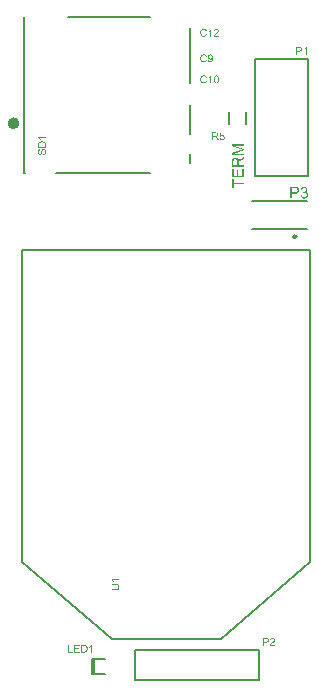
<source format=gbr>
%TF.GenerationSoftware,Altium Limited,Altium Designer,20.0.9 (164)*%
G04 Layer_Color=65535*
%FSLAX26Y26*%
%MOIN*%
%TF.FileFunction,Legend,Top*%
%TF.Part,Single*%
G01*
G75*
%TA.AperFunction,NonConductor*%
%ADD64C,0.009842*%
%ADD66C,0.007874*%
%ADD95C,0.019685*%
%ADD96R,0.008031X0.051181*%
G36*
X1255123Y777146D02*
X1251982D01*
Y797176D01*
X1251962Y797155D01*
X1251920Y797134D01*
X1251858Y797072D01*
X1251774Y796989D01*
X1251670Y796885D01*
X1251525Y796781D01*
X1251358Y796635D01*
X1251171Y796490D01*
X1250984Y796344D01*
X1250755Y796178D01*
X1250235Y795803D01*
X1249653Y795408D01*
X1248987Y794992D01*
X1248966Y794971D01*
X1248904Y794950D01*
X1248800Y794888D01*
X1248675Y794826D01*
X1248509Y794722D01*
X1248322Y794618D01*
X1248114Y794514D01*
X1247885Y794389D01*
X1247386Y794118D01*
X1246824Y793848D01*
X1246262Y793598D01*
X1245701Y793370D01*
Y796427D01*
X1245722Y796448D01*
X1245826Y796490D01*
X1245950Y796552D01*
X1246138Y796656D01*
X1246366Y796760D01*
X1246637Y796906D01*
X1246928Y797072D01*
X1247261Y797259D01*
X1247614Y797467D01*
X1247968Y797696D01*
X1248738Y798216D01*
X1249528Y798778D01*
X1250298Y799422D01*
X1250318Y799443D01*
X1250381Y799506D01*
X1250485Y799589D01*
X1250610Y799734D01*
X1250776Y799880D01*
X1250963Y800067D01*
X1251171Y800275D01*
X1251379Y800525D01*
X1251837Y801045D01*
X1252315Y801627D01*
X1252731Y802230D01*
X1252918Y802542D01*
X1253085Y802854D01*
X1255123D01*
Y777146D01*
D02*
G37*
G36*
X1228312Y802730D02*
X1228915D01*
X1229248Y802709D01*
X1229997Y802667D01*
X1230746Y802584D01*
X1231474Y802501D01*
X1231806Y802438D01*
X1232118Y802376D01*
X1232139D01*
X1232222Y802355D01*
X1232326Y802314D01*
X1232493Y802272D01*
X1232680Y802230D01*
X1232909Y802147D01*
X1233138Y802064D01*
X1233408Y801960D01*
X1234011Y801710D01*
X1234635Y801398D01*
X1235280Y801003D01*
X1235883Y800546D01*
X1235904Y800525D01*
X1235966Y800462D01*
X1236070Y800379D01*
X1236216Y800234D01*
X1236382Y800067D01*
X1236570Y799859D01*
X1236798Y799630D01*
X1237027Y799360D01*
X1237256Y799048D01*
X1237506Y798715D01*
X1237755Y798362D01*
X1238005Y797966D01*
X1238254Y797550D01*
X1238483Y797114D01*
X1238691Y796635D01*
X1238899Y796157D01*
X1238920Y796136D01*
X1238941Y796032D01*
X1239003Y795886D01*
X1239066Y795678D01*
X1239128Y795429D01*
X1239232Y795138D01*
X1239315Y794784D01*
X1239419Y794410D01*
X1239502Y793973D01*
X1239606Y793494D01*
X1239690Y792995D01*
X1239752Y792475D01*
X1239835Y791914D01*
X1239877Y791331D01*
X1239898Y790707D01*
X1239918Y790083D01*
Y790042D01*
Y789958D01*
Y789792D01*
Y789584D01*
X1239898Y789334D01*
X1239877Y789043D01*
X1239856Y788710D01*
X1239835Y788336D01*
X1239794Y787941D01*
X1239752Y787525D01*
X1239627Y786672D01*
X1239461Y785778D01*
X1239232Y784904D01*
Y784883D01*
X1239211Y784800D01*
X1239170Y784696D01*
X1239107Y784530D01*
X1239045Y784342D01*
X1238962Y784114D01*
X1238858Y783864D01*
X1238754Y783594D01*
X1238504Y783011D01*
X1238213Y782387D01*
X1237859Y781763D01*
X1237485Y781181D01*
X1237464Y781160D01*
X1237443Y781118D01*
X1237381Y781035D01*
X1237298Y780931D01*
X1237194Y780806D01*
X1237090Y780661D01*
X1236798Y780328D01*
X1236445Y779954D01*
X1236050Y779579D01*
X1235613Y779205D01*
X1235155Y778851D01*
X1235134D01*
X1235093Y778810D01*
X1235030Y778768D01*
X1234926Y778706D01*
X1234802Y778643D01*
X1234656Y778560D01*
X1234490Y778477D01*
X1234302Y778373D01*
X1234094Y778269D01*
X1233845Y778165D01*
X1233325Y777957D01*
X1232742Y777749D01*
X1232098Y777562D01*
X1232077D01*
X1232014Y777541D01*
X1231910Y777520D01*
X1231786Y777499D01*
X1231619Y777458D01*
X1231411Y777437D01*
X1231182Y777395D01*
X1230912Y777354D01*
X1230621Y777312D01*
X1230309Y777270D01*
X1229976Y777250D01*
X1229602Y777208D01*
X1228832Y777166D01*
X1227979Y777146D01*
X1218765D01*
Y802750D01*
X1228062D01*
X1228312Y802730D01*
D02*
G37*
G36*
X1213482Y799734D02*
X1198360D01*
Y791893D01*
X1212525D01*
Y788877D01*
X1198360D01*
Y780162D01*
X1214085D01*
Y777146D01*
X1194970D01*
Y802750D01*
X1213482D01*
Y799734D01*
D02*
G37*
G36*
X1178267Y780162D02*
X1190872D01*
Y777146D01*
X1174877D01*
Y802750D01*
X1178267D01*
Y780162D01*
D02*
G37*
G36*
X1760000Y2466742D02*
X1727864D01*
X1760000Y2455510D01*
Y2450954D01*
X1727302Y2439847D01*
X1760000D01*
Y2434949D01*
X1721593D01*
Y2442562D01*
X1748799Y2451672D01*
X1748830D01*
X1748955Y2451734D01*
X1749174Y2451797D01*
X1749423Y2451890D01*
X1749735Y2451984D01*
X1750078Y2452109D01*
X1750484Y2452234D01*
X1750921Y2452358D01*
X1751857Y2452670D01*
X1752793Y2452982D01*
X1753698Y2453263D01*
X1754103Y2453388D01*
X1754478Y2453513D01*
X1754446D01*
X1754384Y2453544D01*
X1754259Y2453575D01*
X1754072Y2453638D01*
X1753854Y2453700D01*
X1753604Y2453794D01*
X1753292Y2453887D01*
X1752918Y2454012D01*
X1752512Y2454137D01*
X1752044Y2454293D01*
X1751545Y2454480D01*
X1751014Y2454667D01*
X1750390Y2454854D01*
X1749766Y2455073D01*
X1749080Y2455322D01*
X1748331Y2455572D01*
X1721593Y2464807D01*
Y2471640D01*
X1760000D01*
Y2466742D01*
D02*
G37*
G36*
Y2423904D02*
X1752013Y2418818D01*
X1751982Y2418787D01*
X1751857Y2418725D01*
X1751670Y2418600D01*
X1751451Y2418444D01*
X1751170Y2418257D01*
X1750827Y2418038D01*
X1750453Y2417789D01*
X1750078Y2417539D01*
X1749205Y2416946D01*
X1748331Y2416322D01*
X1747489Y2415730D01*
X1747114Y2415418D01*
X1746740Y2415137D01*
X1746709D01*
X1746646Y2415074D01*
X1746553Y2415012D01*
X1746428Y2414887D01*
X1746116Y2414638D01*
X1745742Y2414263D01*
X1745305Y2413889D01*
X1744868Y2413452D01*
X1744494Y2412984D01*
X1744182Y2412547D01*
X1744150Y2412485D01*
X1744057Y2412360D01*
X1743932Y2412142D01*
X1743776Y2411830D01*
X1743589Y2411486D01*
X1743402Y2411112D01*
X1743246Y2410706D01*
X1743121Y2410270D01*
Y2410238D01*
X1743090Y2410114D01*
X1743058Y2409895D01*
X1743027Y2409583D01*
X1742996Y2409209D01*
X1742965Y2408710D01*
X1742934Y2408117D01*
Y2401565D01*
X1760000D01*
Y2396479D01*
X1721593D01*
Y2414326D01*
X1721624Y2414762D01*
X1721655Y2415230D01*
X1721686Y2415792D01*
X1721718Y2416385D01*
X1721842Y2417633D01*
X1722030Y2418912D01*
X1722154Y2419536D01*
X1722310Y2420160D01*
X1722466Y2420722D01*
X1722654Y2421252D01*
Y2421283D01*
X1722716Y2421377D01*
X1722778Y2421502D01*
X1722841Y2421689D01*
X1722966Y2421938D01*
X1723122Y2422188D01*
X1723496Y2422781D01*
X1723714Y2423124D01*
X1723995Y2423467D01*
X1724307Y2423842D01*
X1724619Y2424185D01*
X1724994Y2424528D01*
X1725399Y2424902D01*
X1725836Y2425214D01*
X1726304Y2425526D01*
X1726335Y2425558D01*
X1726429Y2425589D01*
X1726554Y2425682D01*
X1726772Y2425776D01*
X1727022Y2425901D01*
X1727302Y2426026D01*
X1727646Y2426182D01*
X1728020Y2426338D01*
X1728426Y2426494D01*
X1728862Y2426650D01*
X1729830Y2426899D01*
X1730922Y2427086D01*
X1731483Y2427118D01*
X1732076Y2427149D01*
X1732107D01*
X1732263D01*
X1732482Y2427118D01*
X1732762D01*
X1733106Y2427055D01*
X1733511Y2427024D01*
X1733979Y2426930D01*
X1734478Y2426806D01*
X1735009Y2426681D01*
X1735539Y2426494D01*
X1736132Y2426275D01*
X1736694Y2426026D01*
X1737286Y2425714D01*
X1737879Y2425370D01*
X1738441Y2424965D01*
X1738971Y2424497D01*
X1739002Y2424466D01*
X1739096Y2424372D01*
X1739221Y2424216D01*
X1739408Y2423998D01*
X1739658Y2423717D01*
X1739907Y2423374D01*
X1740188Y2422968D01*
X1740469Y2422469D01*
X1740781Y2421938D01*
X1741062Y2421346D01*
X1741374Y2420659D01*
X1741654Y2419942D01*
X1741935Y2419130D01*
X1742154Y2418257D01*
X1742372Y2417321D01*
X1742528Y2416322D01*
Y2416354D01*
X1742559Y2416416D01*
X1742622Y2416510D01*
X1742684Y2416666D01*
X1742902Y2417009D01*
X1743152Y2417477D01*
X1743433Y2417976D01*
X1743776Y2418475D01*
X1744119Y2418943D01*
X1744462Y2419380D01*
X1744494Y2419411D01*
X1744556Y2419474D01*
X1744681Y2419598D01*
X1744837Y2419754D01*
X1745024Y2419973D01*
X1745274Y2420191D01*
X1745554Y2420472D01*
X1745866Y2420753D01*
X1746210Y2421065D01*
X1746584Y2421408D01*
X1747021Y2421751D01*
X1747458Y2422094D01*
X1748456Y2422843D01*
X1749548Y2423592D01*
X1760000Y2430238D01*
Y2423904D01*
D02*
G37*
G36*
Y2360724D02*
X1721593D01*
Y2388492D01*
X1726117D01*
Y2365810D01*
X1737879D01*
Y2387057D01*
X1742403D01*
Y2365810D01*
X1755476D01*
Y2389397D01*
X1760000D01*
Y2360724D01*
D02*
G37*
G36*
X1726117Y2342722D02*
X1760000D01*
Y2337636D01*
X1726117D01*
Y2325000D01*
X1721593D01*
Y2355420D01*
X1726117D01*
Y2342722D01*
D02*
G37*
G36*
X1961910Y2329578D02*
X1962191D01*
X1962503Y2329547D01*
X1962878Y2329484D01*
X1963283Y2329453D01*
X1964188Y2329266D01*
X1965155Y2329016D01*
X1966185Y2328704D01*
X1966684Y2328486D01*
X1967183Y2328236D01*
X1967214D01*
X1967308Y2328174D01*
X1967433Y2328112D01*
X1967620Y2327987D01*
X1967838Y2327862D01*
X1968088Y2327675D01*
X1968681Y2327269D01*
X1969336Y2326739D01*
X1970022Y2326115D01*
X1970678Y2325397D01*
X1971239Y2324555D01*
X1971270Y2324524D01*
X1971302Y2324461D01*
X1971364Y2324336D01*
X1971458Y2324149D01*
X1971551Y2323931D01*
X1971676Y2323681D01*
X1971801Y2323400D01*
X1971957Y2323088D01*
X1972206Y2322340D01*
X1972425Y2321497D01*
X1972581Y2320592D01*
X1972643Y2320124D01*
Y2319625D01*
Y2319594D01*
Y2319500D01*
Y2319376D01*
X1972612Y2319220D01*
Y2318970D01*
X1972581Y2318720D01*
X1972518Y2318440D01*
X1972487Y2318128D01*
X1972331Y2317410D01*
X1972082Y2316661D01*
X1971738Y2315850D01*
X1971551Y2315476D01*
X1971302Y2315070D01*
Y2315039D01*
X1971239Y2314976D01*
X1971177Y2314883D01*
X1971052Y2314727D01*
X1970740Y2314352D01*
X1970303Y2313916D01*
X1969742Y2313385D01*
X1969055Y2312855D01*
X1968275Y2312324D01*
X1967339Y2311856D01*
X1967370D01*
X1967495Y2311825D01*
X1967651Y2311763D01*
X1967901Y2311700D01*
X1968182Y2311607D01*
X1968525Y2311482D01*
X1968868Y2311326D01*
X1969274Y2311170D01*
X1969679Y2310952D01*
X1970116Y2310702D01*
X1970553Y2310452D01*
X1970990Y2310140D01*
X1971426Y2309797D01*
X1971863Y2309454D01*
X1972238Y2309017D01*
X1972612Y2308580D01*
X1972643Y2308549D01*
X1972706Y2308456D01*
X1972799Y2308331D01*
X1972924Y2308144D01*
X1973049Y2307894D01*
X1973205Y2307613D01*
X1973392Y2307270D01*
X1973579Y2306896D01*
X1973735Y2306459D01*
X1973922Y2305991D01*
X1974078Y2305492D01*
X1974234Y2304930D01*
X1974328Y2304337D01*
X1974422Y2303744D01*
X1974484Y2303089D01*
X1974515Y2302403D01*
Y2302340D01*
Y2302184D01*
X1974484Y2301904D01*
X1974453Y2301560D01*
X1974390Y2301124D01*
X1974328Y2300624D01*
X1974203Y2300063D01*
X1974047Y2299470D01*
X1973860Y2298815D01*
X1973610Y2298128D01*
X1973330Y2297411D01*
X1972955Y2296693D01*
X1972550Y2295976D01*
X1972050Y2295258D01*
X1971489Y2294572D01*
X1970834Y2293885D01*
X1970802Y2293854D01*
X1970678Y2293729D01*
X1970459Y2293573D01*
X1970178Y2293355D01*
X1969804Y2293074D01*
X1969367Y2292793D01*
X1968868Y2292450D01*
X1968306Y2292138D01*
X1967651Y2291826D01*
X1966965Y2291483D01*
X1966185Y2291202D01*
X1965374Y2290952D01*
X1964500Y2290703D01*
X1963564Y2290547D01*
X1962597Y2290422D01*
X1961567Y2290391D01*
X1961349D01*
X1961068Y2290422D01*
X1960725Y2290453D01*
X1960288Y2290484D01*
X1959789Y2290547D01*
X1959227Y2290640D01*
X1958634Y2290765D01*
X1957979Y2290921D01*
X1957293Y2291108D01*
X1956606Y2291358D01*
X1955889Y2291670D01*
X1955202Y2292013D01*
X1954485Y2292388D01*
X1953830Y2292856D01*
X1953174Y2293386D01*
X1953143Y2293417D01*
X1953018Y2293542D01*
X1952862Y2293698D01*
X1952644Y2293948D01*
X1952394Y2294228D01*
X1952082Y2294603D01*
X1951770Y2295008D01*
X1951458Y2295508D01*
X1951115Y2296038D01*
X1950772Y2296631D01*
X1950460Y2297286D01*
X1950148Y2297972D01*
X1949898Y2298721D01*
X1949680Y2299501D01*
X1949493Y2300344D01*
X1949368Y2301217D01*
X1954079Y2301841D01*
Y2301810D01*
X1954110Y2301654D01*
X1954173Y2301467D01*
X1954235Y2301186D01*
X1954329Y2300843D01*
X1954454Y2300468D01*
X1954578Y2300063D01*
X1954734Y2299595D01*
X1955109Y2298659D01*
X1955577Y2297692D01*
X1955858Y2297224D01*
X1956138Y2296787D01*
X1956482Y2296412D01*
X1956825Y2296038D01*
X1956856Y2296007D01*
X1956918Y2295976D01*
X1957012Y2295882D01*
X1957168Y2295757D01*
X1957355Y2295632D01*
X1957574Y2295476D01*
X1957854Y2295320D01*
X1958135Y2295164D01*
X1958478Y2295008D01*
X1958853Y2294852D01*
X1959664Y2294572D01*
X1960569Y2294353D01*
X1961068Y2294322D01*
X1961598Y2294291D01*
X1961754D01*
X1961910Y2294322D01*
X1962160D01*
X1962441Y2294353D01*
X1962784Y2294416D01*
X1963158Y2294478D01*
X1963564Y2294572D01*
X1964001Y2294696D01*
X1964438Y2294852D01*
X1964906Y2295040D01*
X1965374Y2295258D01*
X1965842Y2295508D01*
X1966310Y2295820D01*
X1966778Y2296163D01*
X1967214Y2296568D01*
X1967246Y2296600D01*
X1967308Y2296662D01*
X1967433Y2296818D01*
X1967589Y2296974D01*
X1967745Y2297224D01*
X1967932Y2297473D01*
X1968150Y2297785D01*
X1968369Y2298160D01*
X1968587Y2298534D01*
X1968806Y2298971D01*
X1968993Y2299439D01*
X1969149Y2299938D01*
X1969305Y2300500D01*
X1969430Y2301061D01*
X1969492Y2301654D01*
X1969523Y2302278D01*
Y2302309D01*
Y2302434D01*
Y2302590D01*
X1969492Y2302808D01*
X1969461Y2303089D01*
X1969398Y2303401D01*
X1969336Y2303776D01*
X1969242Y2304150D01*
X1969149Y2304587D01*
X1968993Y2304992D01*
X1968837Y2305460D01*
X1968618Y2305897D01*
X1968369Y2306334D01*
X1968088Y2306771D01*
X1967745Y2307208D01*
X1967370Y2307613D01*
X1967339Y2307644D01*
X1967277Y2307707D01*
X1967152Y2307800D01*
X1966996Y2307956D01*
X1966778Y2308112D01*
X1966528Y2308300D01*
X1966247Y2308487D01*
X1965904Y2308674D01*
X1965530Y2308861D01*
X1965124Y2309080D01*
X1964687Y2309236D01*
X1964188Y2309392D01*
X1963689Y2309548D01*
X1963158Y2309641D01*
X1962566Y2309704D01*
X1961973Y2309735D01*
X1961723D01*
X1961442Y2309704D01*
X1961068Y2309672D01*
X1960569Y2309610D01*
X1960007Y2309516D01*
X1959383Y2309392D01*
X1958666Y2309236D01*
X1959165Y2313385D01*
X1959258D01*
X1959446Y2313354D01*
X1959695Y2313323D01*
X1960226D01*
X1960444Y2313354D01*
X1960725Y2313385D01*
X1961037Y2313416D01*
X1961380Y2313448D01*
X1961754Y2313510D01*
X1962597Y2313697D01*
X1963502Y2313978D01*
X1963970Y2314165D01*
X1964438Y2314384D01*
X1964906Y2314602D01*
X1965374Y2314883D01*
X1965405Y2314914D01*
X1965467Y2314945D01*
X1965592Y2315039D01*
X1965748Y2315195D01*
X1965935Y2315351D01*
X1966154Y2315569D01*
X1966372Y2315788D01*
X1966590Y2316100D01*
X1966809Y2316412D01*
X1967027Y2316755D01*
X1967246Y2317160D01*
X1967433Y2317597D01*
X1967589Y2318065D01*
X1967714Y2318596D01*
X1967776Y2319126D01*
X1967807Y2319719D01*
Y2319750D01*
Y2319844D01*
Y2319968D01*
X1967776Y2320156D01*
X1967745Y2320374D01*
X1967714Y2320624D01*
X1967589Y2321216D01*
X1967370Y2321903D01*
X1967246Y2322277D01*
X1967058Y2322620D01*
X1966840Y2322995D01*
X1966622Y2323338D01*
X1966341Y2323681D01*
X1966029Y2324024D01*
X1965998Y2324056D01*
X1965935Y2324087D01*
X1965842Y2324180D01*
X1965717Y2324305D01*
X1965530Y2324430D01*
X1965342Y2324555D01*
X1965093Y2324711D01*
X1964812Y2324898D01*
X1964500Y2325054D01*
X1964157Y2325210D01*
X1963377Y2325460D01*
X1962503Y2325678D01*
X1962004Y2325709D01*
X1961505Y2325740D01*
X1961224D01*
X1961037Y2325709D01*
X1960818Y2325678D01*
X1960538Y2325647D01*
X1960226Y2325584D01*
X1959882Y2325522D01*
X1959165Y2325304D01*
X1958385Y2324992D01*
X1958010Y2324804D01*
X1957605Y2324586D01*
X1957230Y2324305D01*
X1956887Y2323993D01*
X1956856Y2323962D01*
X1956794Y2323900D01*
X1956700Y2323806D01*
X1956606Y2323681D01*
X1956450Y2323494D01*
X1956294Y2323276D01*
X1956107Y2322995D01*
X1955920Y2322714D01*
X1955702Y2322371D01*
X1955514Y2321965D01*
X1955327Y2321560D01*
X1955140Y2321092D01*
X1954953Y2320592D01*
X1954797Y2320031D01*
X1954672Y2319438D01*
X1954547Y2318814D01*
X1949836Y2319656D01*
Y2319719D01*
X1949867Y2319875D01*
X1949930Y2320124D01*
X1950023Y2320436D01*
X1950117Y2320842D01*
X1950273Y2321279D01*
X1950429Y2321778D01*
X1950647Y2322340D01*
X1950866Y2322932D01*
X1951146Y2323525D01*
X1951490Y2324118D01*
X1951833Y2324742D01*
X1952238Y2325335D01*
X1952706Y2325928D01*
X1953174Y2326489D01*
X1953736Y2326988D01*
X1953767Y2327020D01*
X1953892Y2327113D01*
X1954048Y2327238D01*
X1954298Y2327394D01*
X1954578Y2327612D01*
X1954953Y2327831D01*
X1955390Y2328049D01*
X1955858Y2328299D01*
X1956388Y2328548D01*
X1956950Y2328767D01*
X1957605Y2329016D01*
X1958260Y2329204D01*
X1958978Y2329360D01*
X1959758Y2329484D01*
X1960538Y2329578D01*
X1961380Y2329609D01*
X1961692D01*
X1961910Y2329578D01*
D02*
G37*
G36*
X1931272Y2329422D02*
X1932114D01*
X1933050Y2329360D01*
X1934018Y2329297D01*
X1934954Y2329204D01*
X1935390Y2329141D01*
X1935796Y2329079D01*
X1935827D01*
X1935921Y2329048D01*
X1936077Y2329016D01*
X1936264Y2328985D01*
X1936514Y2328923D01*
X1936794Y2328860D01*
X1937106Y2328767D01*
X1937450Y2328673D01*
X1938167Y2328424D01*
X1938978Y2328112D01*
X1939758Y2327737D01*
X1940507Y2327269D01*
X1940538D01*
X1940601Y2327207D01*
X1940694Y2327144D01*
X1940819Y2327020D01*
X1941194Y2326739D01*
X1941630Y2326302D01*
X1942098Y2325803D01*
X1942629Y2325148D01*
X1943128Y2324399D01*
X1943596Y2323556D01*
Y2323525D01*
X1943658Y2323463D01*
X1943721Y2323307D01*
X1943783Y2323151D01*
X1943877Y2322932D01*
X1943970Y2322652D01*
X1944064Y2322340D01*
X1944189Y2322028D01*
X1944314Y2321653D01*
X1944407Y2321248D01*
X1944594Y2320374D01*
X1944719Y2319376D01*
X1944782Y2318346D01*
Y2318284D01*
Y2318128D01*
X1944750Y2317878D01*
X1944719Y2317535D01*
X1944688Y2317098D01*
X1944626Y2316630D01*
X1944532Y2316068D01*
X1944407Y2315476D01*
X1944220Y2314820D01*
X1944033Y2314165D01*
X1943783Y2313479D01*
X1943471Y2312792D01*
X1943097Y2312075D01*
X1942691Y2311388D01*
X1942223Y2310702D01*
X1941662Y2310047D01*
X1941630Y2310016D01*
X1941506Y2309891D01*
X1941318Y2309735D01*
X1941038Y2309516D01*
X1940694Y2309267D01*
X1940258Y2308986D01*
X1939727Y2308674D01*
X1939072Y2308362D01*
X1938354Y2308050D01*
X1937543Y2307738D01*
X1936607Y2307457D01*
X1935609Y2307208D01*
X1934454Y2306989D01*
X1933206Y2306833D01*
X1931865Y2306708D01*
X1930398Y2306677D01*
X1920570D01*
Y2291046D01*
X1915485D01*
Y2329453D01*
X1930898D01*
X1931272Y2329422D01*
D02*
G37*
G36*
X1856408Y825688D02*
X1856658Y825667D01*
X1856970Y825646D01*
X1857323Y825605D01*
X1857739Y825542D01*
X1858155Y825459D01*
X1858613Y825334D01*
X1859091Y825210D01*
X1859570Y825043D01*
X1860069Y824835D01*
X1860547Y824606D01*
X1861005Y824336D01*
X1861462Y824003D01*
X1861878Y823650D01*
X1861899Y823629D01*
X1861982Y823566D01*
X1862086Y823442D01*
X1862211Y823275D01*
X1862378Y823088D01*
X1862565Y822838D01*
X1862752Y822568D01*
X1862960Y822256D01*
X1863168Y821902D01*
X1863355Y821528D01*
X1863542Y821112D01*
X1863709Y820654D01*
X1863834Y820176D01*
X1863958Y819677D01*
X1864021Y819157D01*
X1864042Y818595D01*
Y818574D01*
Y818533D01*
Y818450D01*
Y818325D01*
X1864021Y818200D01*
X1864000Y818034D01*
X1863979Y817846D01*
X1863958Y817638D01*
X1863875Y817181D01*
X1863771Y816661D01*
X1863605Y816120D01*
X1863397Y815558D01*
Y815538D01*
X1863376Y815496D01*
X1863334Y815413D01*
X1863272Y815309D01*
X1863210Y815163D01*
X1863126Y814997D01*
X1863022Y814830D01*
X1862898Y814622D01*
X1862606Y814144D01*
X1862253Y813624D01*
X1861816Y813042D01*
X1861317Y812438D01*
X1861296Y812418D01*
X1861254Y812355D01*
X1861171Y812272D01*
X1861046Y812147D01*
X1860880Y811960D01*
X1860672Y811773D01*
X1860443Y811523D01*
X1860173Y811253D01*
X1859861Y810962D01*
X1859507Y810608D01*
X1859112Y810254D01*
X1858675Y809838D01*
X1858197Y809402D01*
X1857677Y808944D01*
X1857094Y808445D01*
X1856491Y807925D01*
X1856450Y807904D01*
X1856366Y807821D01*
X1856221Y807696D01*
X1856034Y807550D01*
X1855805Y807342D01*
X1855555Y807134D01*
X1855264Y806885D01*
X1854973Y806635D01*
X1854370Y806094D01*
X1853766Y805574D01*
X1853496Y805325D01*
X1853246Y805075D01*
X1853018Y804888D01*
X1852851Y804701D01*
X1852810Y804659D01*
X1852726Y804555D01*
X1852581Y804389D01*
X1852394Y804181D01*
X1852186Y803931D01*
X1851957Y803640D01*
X1851749Y803328D01*
X1851541Y803016D01*
X1864083D01*
Y800000D01*
X1847173D01*
Y800021D01*
Y800042D01*
Y800104D01*
Y800187D01*
Y800416D01*
X1847194Y800686D01*
X1847235Y801019D01*
X1847298Y801394D01*
X1847402Y801768D01*
X1847526Y802163D01*
Y802184D01*
X1847547Y802246D01*
X1847589Y802330D01*
X1847651Y802454D01*
X1847714Y802621D01*
X1847797Y802808D01*
X1847901Y803016D01*
X1848026Y803245D01*
X1848317Y803765D01*
X1848670Y804347D01*
X1849086Y804950D01*
X1849586Y805574D01*
X1849606Y805595D01*
X1849648Y805658D01*
X1849731Y805741D01*
X1849856Y805866D01*
X1850002Y806032D01*
X1850189Y806219D01*
X1850397Y806427D01*
X1850646Y806677D01*
X1850917Y806947D01*
X1851229Y807259D01*
X1851562Y807571D01*
X1851936Y807904D01*
X1852331Y808278D01*
X1852747Y808653D01*
X1853226Y809027D01*
X1853704Y809443D01*
X1853725Y809464D01*
X1853746Y809485D01*
X1853808Y809526D01*
X1853891Y809589D01*
X1854099Y809776D01*
X1854370Y810005D01*
X1854723Y810296D01*
X1855098Y810650D01*
X1855514Y811024D01*
X1855971Y811419D01*
X1856429Y811856D01*
X1856907Y812293D01*
X1857386Y812750D01*
X1857843Y813208D01*
X1858280Y813645D01*
X1858675Y814082D01*
X1859029Y814498D01*
X1859341Y814893D01*
X1859362Y814914D01*
X1859403Y814976D01*
X1859486Y815080D01*
X1859570Y815226D01*
X1859674Y815413D01*
X1859798Y815621D01*
X1859944Y815850D01*
X1860090Y816120D01*
X1860360Y816682D01*
X1860589Y817326D01*
X1860672Y817659D01*
X1860755Y817992D01*
X1860797Y818325D01*
X1860818Y818658D01*
Y818678D01*
Y818741D01*
Y818845D01*
X1860797Y818970D01*
X1860776Y819136D01*
X1860755Y819323D01*
X1860714Y819531D01*
X1860651Y819760D01*
X1860485Y820259D01*
X1860381Y820509D01*
X1860256Y820779D01*
X1860090Y821050D01*
X1859902Y821320D01*
X1859694Y821570D01*
X1859466Y821819D01*
X1859445Y821840D01*
X1859403Y821882D01*
X1859320Y821944D01*
X1859216Y822027D01*
X1859091Y822110D01*
X1858925Y822235D01*
X1858738Y822339D01*
X1858530Y822464D01*
X1858301Y822589D01*
X1858030Y822693D01*
X1857739Y822818D01*
X1857448Y822901D01*
X1857115Y822984D01*
X1856762Y823046D01*
X1856387Y823088D01*
X1855992Y823109D01*
X1855784D01*
X1855618Y823088D01*
X1855430Y823067D01*
X1855202Y823046D01*
X1854952Y823005D01*
X1854682Y822942D01*
X1854099Y822776D01*
X1853808Y822672D01*
X1853496Y822526D01*
X1853205Y822381D01*
X1852914Y822194D01*
X1852622Y821986D01*
X1852352Y821736D01*
X1852331Y821715D01*
X1852290Y821674D01*
X1852227Y821590D01*
X1852144Y821486D01*
X1852040Y821341D01*
X1851915Y821174D01*
X1851811Y820987D01*
X1851686Y820758D01*
X1851541Y820488D01*
X1851437Y820218D01*
X1851312Y819906D01*
X1851208Y819573D01*
X1851125Y819198D01*
X1851062Y818824D01*
X1851021Y818408D01*
X1851000Y817971D01*
X1847776Y818304D01*
Y818325D01*
Y818346D01*
X1847797Y818470D01*
X1847818Y818658D01*
X1847859Y818886D01*
X1847922Y819198D01*
X1847984Y819552D01*
X1848088Y819926D01*
X1848213Y820342D01*
X1848338Y820779D01*
X1848525Y821237D01*
X1848712Y821674D01*
X1848962Y822131D01*
X1849211Y822589D01*
X1849523Y823026D01*
X1849877Y823421D01*
X1850251Y823795D01*
X1850272Y823816D01*
X1850355Y823878D01*
X1850480Y823982D01*
X1850646Y824086D01*
X1850854Y824232D01*
X1851125Y824398D01*
X1851437Y824565D01*
X1851790Y824752D01*
X1852186Y824939D01*
X1852622Y825106D01*
X1853101Y825272D01*
X1853621Y825418D01*
X1854162Y825542D01*
X1854765Y825626D01*
X1855389Y825688D01*
X1856054Y825709D01*
X1856221D01*
X1856408Y825688D01*
D02*
G37*
G36*
X1835525Y825584D02*
X1836086D01*
X1836710Y825542D01*
X1837355Y825501D01*
X1837979Y825438D01*
X1838270Y825397D01*
X1838541Y825355D01*
X1838562D01*
X1838624Y825334D01*
X1838728Y825314D01*
X1838853Y825293D01*
X1839019Y825251D01*
X1839206Y825210D01*
X1839414Y825147D01*
X1839643Y825085D01*
X1840122Y824918D01*
X1840662Y824710D01*
X1841182Y824461D01*
X1841682Y824149D01*
X1841702D01*
X1841744Y824107D01*
X1841806Y824066D01*
X1841890Y823982D01*
X1842139Y823795D01*
X1842430Y823504D01*
X1842742Y823171D01*
X1843096Y822734D01*
X1843429Y822235D01*
X1843741Y821674D01*
Y821653D01*
X1843782Y821611D01*
X1843824Y821507D01*
X1843866Y821403D01*
X1843928Y821258D01*
X1843990Y821070D01*
X1844053Y820862D01*
X1844136Y820654D01*
X1844219Y820405D01*
X1844282Y820134D01*
X1844406Y819552D01*
X1844490Y818886D01*
X1844531Y818200D01*
Y818158D01*
Y818054D01*
X1844510Y817888D01*
X1844490Y817659D01*
X1844469Y817368D01*
X1844427Y817056D01*
X1844365Y816682D01*
X1844282Y816286D01*
X1844157Y815850D01*
X1844032Y815413D01*
X1843866Y814955D01*
X1843658Y814498D01*
X1843408Y814019D01*
X1843138Y813562D01*
X1842826Y813104D01*
X1842451Y812667D01*
X1842430Y812646D01*
X1842347Y812563D01*
X1842222Y812459D01*
X1842035Y812314D01*
X1841806Y812147D01*
X1841515Y811960D01*
X1841162Y811752D01*
X1840725Y811544D01*
X1840246Y811336D01*
X1839706Y811128D01*
X1839082Y810941D01*
X1838416Y810774D01*
X1837646Y810629D01*
X1836814Y810525D01*
X1835920Y810442D01*
X1834942Y810421D01*
X1828390D01*
Y800000D01*
X1825000D01*
Y825605D01*
X1835275D01*
X1835525Y825584D01*
D02*
G37*
G36*
X1100000Y2493240D02*
X1079970D01*
X1079990Y2493219D01*
X1080011Y2493178D01*
X1080074Y2493115D01*
X1080157Y2493032D01*
X1080261Y2492928D01*
X1080365Y2492782D01*
X1080510Y2492616D01*
X1080656Y2492429D01*
X1080802Y2492242D01*
X1080968Y2492013D01*
X1081342Y2491493D01*
X1081738Y2490910D01*
X1082154Y2490245D01*
X1082174Y2490224D01*
X1082195Y2490162D01*
X1082258Y2490058D01*
X1082320Y2489933D01*
X1082424Y2489766D01*
X1082528Y2489579D01*
X1082632Y2489371D01*
X1082757Y2489142D01*
X1083027Y2488643D01*
X1083298Y2488082D01*
X1083547Y2487520D01*
X1083776Y2486958D01*
X1080718D01*
X1080698Y2486979D01*
X1080656Y2487083D01*
X1080594Y2487208D01*
X1080490Y2487395D01*
X1080386Y2487624D01*
X1080240Y2487894D01*
X1080074Y2488186D01*
X1079886Y2488518D01*
X1079678Y2488872D01*
X1079450Y2489226D01*
X1078930Y2489995D01*
X1078368Y2490786D01*
X1077723Y2491555D01*
X1077702Y2491576D01*
X1077640Y2491638D01*
X1077557Y2491742D01*
X1077411Y2491867D01*
X1077266Y2492034D01*
X1077078Y2492221D01*
X1076870Y2492429D01*
X1076621Y2492637D01*
X1076101Y2493094D01*
X1075518Y2493573D01*
X1074915Y2493989D01*
X1074603Y2494176D01*
X1074291Y2494342D01*
Y2496381D01*
X1100000D01*
Y2493240D01*
D02*
G37*
G36*
X1087811Y2481155D02*
X1088102Y2481134D01*
X1088435Y2481114D01*
X1088810Y2481093D01*
X1089205Y2481051D01*
X1089621Y2481010D01*
X1090474Y2480885D01*
X1091368Y2480718D01*
X1092242Y2480490D01*
X1092262D01*
X1092346Y2480469D01*
X1092450Y2480427D01*
X1092616Y2480365D01*
X1092803Y2480302D01*
X1093032Y2480219D01*
X1093282Y2480115D01*
X1093552Y2480011D01*
X1094134Y2479762D01*
X1094758Y2479470D01*
X1095382Y2479117D01*
X1095965Y2478742D01*
X1095986Y2478722D01*
X1096027Y2478701D01*
X1096110Y2478638D01*
X1096214Y2478555D01*
X1096339Y2478451D01*
X1096485Y2478347D01*
X1096818Y2478056D01*
X1097192Y2477702D01*
X1097566Y2477307D01*
X1097941Y2476870D01*
X1098294Y2476413D01*
Y2476392D01*
X1098336Y2476350D01*
X1098378Y2476288D01*
X1098440Y2476184D01*
X1098502Y2476059D01*
X1098586Y2475914D01*
X1098669Y2475747D01*
X1098773Y2475560D01*
X1098877Y2475352D01*
X1098981Y2475102D01*
X1099189Y2474582D01*
X1099397Y2474000D01*
X1099584Y2473355D01*
Y2473334D01*
X1099605Y2473272D01*
X1099626Y2473168D01*
X1099646Y2473043D01*
X1099688Y2472877D01*
X1099709Y2472669D01*
X1099750Y2472440D01*
X1099792Y2472170D01*
X1099834Y2471878D01*
X1099875Y2471566D01*
X1099896Y2471234D01*
X1099938Y2470859D01*
X1099979Y2470090D01*
X1100000Y2469237D01*
Y2460022D01*
X1074395D01*
Y2469320D01*
X1074416Y2469570D01*
Y2470173D01*
X1074437Y2470506D01*
X1074478Y2471254D01*
X1074562Y2472003D01*
X1074645Y2472731D01*
X1074707Y2473064D01*
X1074770Y2473376D01*
Y2473397D01*
X1074790Y2473480D01*
X1074832Y2473584D01*
X1074874Y2473750D01*
X1074915Y2473938D01*
X1074998Y2474166D01*
X1075082Y2474395D01*
X1075186Y2474666D01*
X1075435Y2475269D01*
X1075747Y2475893D01*
X1076142Y2476538D01*
X1076600Y2477141D01*
X1076621Y2477162D01*
X1076683Y2477224D01*
X1076766Y2477328D01*
X1076912Y2477474D01*
X1077078Y2477640D01*
X1077286Y2477827D01*
X1077515Y2478056D01*
X1077786Y2478285D01*
X1078098Y2478514D01*
X1078430Y2478763D01*
X1078784Y2479013D01*
X1079179Y2479262D01*
X1079595Y2479512D01*
X1080032Y2479741D01*
X1080510Y2479949D01*
X1080989Y2480157D01*
X1081010Y2480178D01*
X1081114Y2480198D01*
X1081259Y2480261D01*
X1081467Y2480323D01*
X1081717Y2480386D01*
X1082008Y2480490D01*
X1082362Y2480573D01*
X1082736Y2480677D01*
X1083173Y2480760D01*
X1083651Y2480864D01*
X1084150Y2480947D01*
X1084670Y2481010D01*
X1085232Y2481093D01*
X1085814Y2481134D01*
X1086438Y2481155D01*
X1087062Y2481176D01*
X1087104D01*
X1087187D01*
X1087354D01*
X1087562D01*
X1087811Y2481155D01*
D02*
G37*
G36*
X1093157Y2455363D02*
X1093323Y2455342D01*
X1093552Y2455322D01*
X1093781Y2455280D01*
X1094051Y2455238D01*
X1094342Y2455176D01*
X1094634Y2455093D01*
X1094966Y2455010D01*
X1095278Y2454885D01*
X1095632Y2454739D01*
X1095965Y2454594D01*
X1096318Y2454406D01*
X1096651Y2454198D01*
X1096672Y2454178D01*
X1096734Y2454136D01*
X1096818Y2454074D01*
X1096942Y2453990D01*
X1097088Y2453866D01*
X1097275Y2453720D01*
X1097462Y2453533D01*
X1097670Y2453346D01*
X1097899Y2453117D01*
X1098107Y2452867D01*
X1098357Y2452597D01*
X1098586Y2452285D01*
X1098814Y2451952D01*
X1099022Y2451598D01*
X1099251Y2451224D01*
X1099438Y2450829D01*
X1099459Y2450808D01*
X1099480Y2450725D01*
X1099522Y2450600D01*
X1099584Y2450454D01*
X1099667Y2450246D01*
X1099750Y2449997D01*
X1099834Y2449706D01*
X1099938Y2449394D01*
X1100021Y2449040D01*
X1100125Y2448666D01*
X1100208Y2448250D01*
X1100270Y2447834D01*
X1100354Y2447376D01*
X1100395Y2446898D01*
X1100416Y2446398D01*
X1100437Y2445899D01*
Y2445566D01*
X1100416Y2445317D01*
Y2445026D01*
X1100374Y2444672D01*
X1100354Y2444298D01*
X1100312Y2443861D01*
X1100250Y2443424D01*
X1100187Y2442946D01*
X1100021Y2441968D01*
X1099771Y2441011D01*
X1099605Y2440533D01*
X1099438Y2440075D01*
X1099418Y2440054D01*
X1099397Y2439971D01*
X1099334Y2439846D01*
X1099251Y2439680D01*
X1099147Y2439493D01*
X1099002Y2439264D01*
X1098856Y2439014D01*
X1098669Y2438744D01*
X1098461Y2438453D01*
X1098253Y2438141D01*
X1097982Y2437829D01*
X1097712Y2437538D01*
X1097421Y2437226D01*
X1097088Y2436934D01*
X1096755Y2436664D01*
X1096381Y2436394D01*
X1096360Y2436373D01*
X1096298Y2436331D01*
X1096173Y2436269D01*
X1096027Y2436186D01*
X1095819Y2436082D01*
X1095590Y2435978D01*
X1095341Y2435853D01*
X1095029Y2435728D01*
X1094717Y2435603D01*
X1094363Y2435478D01*
X1093968Y2435354D01*
X1093573Y2435250D01*
X1093157Y2435146D01*
X1092699Y2435083D01*
X1092242Y2435021D01*
X1091763Y2435000D01*
X1091493Y2438203D01*
X1091514D01*
X1091576Y2438224D01*
X1091680D01*
X1091805Y2438245D01*
X1091971Y2438286D01*
X1092179Y2438307D01*
X1092387Y2438349D01*
X1092616Y2438411D01*
X1093115Y2438557D01*
X1093656Y2438723D01*
X1094176Y2438952D01*
X1094675Y2439243D01*
X1094696Y2439264D01*
X1094738Y2439285D01*
X1094800Y2439326D01*
X1094883Y2439410D01*
X1095112Y2439597D01*
X1095382Y2439888D01*
X1095694Y2440242D01*
X1095861Y2440450D01*
X1096027Y2440678D01*
X1096194Y2440928D01*
X1096360Y2441219D01*
X1096526Y2441510D01*
X1096672Y2441822D01*
Y2441843D01*
X1096714Y2441906D01*
X1096734Y2441989D01*
X1096797Y2442134D01*
X1096838Y2442301D01*
X1096901Y2442488D01*
X1096984Y2442717D01*
X1097046Y2442966D01*
X1097109Y2443258D01*
X1097192Y2443549D01*
X1097254Y2443882D01*
X1097296Y2444214D01*
X1097379Y2444963D01*
X1097421Y2445754D01*
Y2446086D01*
X1097400Y2446253D01*
Y2446440D01*
X1097379Y2446669D01*
X1097358Y2446898D01*
X1097275Y2447438D01*
X1097192Y2448000D01*
X1097046Y2448603D01*
X1096859Y2449165D01*
Y2449186D01*
X1096838Y2449227D01*
X1096797Y2449310D01*
X1096755Y2449414D01*
X1096693Y2449539D01*
X1096630Y2449685D01*
X1096443Y2449997D01*
X1096214Y2450371D01*
X1095944Y2450746D01*
X1095632Y2451078D01*
X1095278Y2451390D01*
X1095258D01*
X1095237Y2451432D01*
X1095174Y2451453D01*
X1095091Y2451515D01*
X1094883Y2451619D01*
X1094613Y2451765D01*
X1094301Y2451890D01*
X1093926Y2452014D01*
X1093510Y2452098D01*
X1093074Y2452118D01*
X1093053D01*
X1093011D01*
X1092949D01*
X1092866D01*
X1092637Y2452077D01*
X1092366Y2452035D01*
X1092034Y2451952D01*
X1091680Y2451827D01*
X1091326Y2451640D01*
X1090973Y2451411D01*
X1090952D01*
X1090931Y2451370D01*
X1090827Y2451286D01*
X1090661Y2451099D01*
X1090453Y2450850D01*
X1090203Y2450538D01*
X1089954Y2450142D01*
X1089704Y2449664D01*
X1089600Y2449394D01*
X1089475Y2449102D01*
Y2449082D01*
X1089454Y2449061D01*
X1089434Y2448978D01*
X1089392Y2448894D01*
X1089350Y2448749D01*
X1089309Y2448582D01*
X1089226Y2448374D01*
X1089163Y2448146D01*
X1089080Y2447854D01*
X1088997Y2447522D01*
X1088893Y2447147D01*
X1088768Y2446731D01*
X1088643Y2446253D01*
X1088518Y2445733D01*
X1088373Y2445171D01*
X1088227Y2444526D01*
X1088206Y2444485D01*
X1088186Y2444381D01*
X1088144Y2444194D01*
X1088082Y2443944D01*
X1087998Y2443674D01*
X1087915Y2443341D01*
X1087811Y2442966D01*
X1087707Y2442592D01*
X1087458Y2441760D01*
X1087187Y2440949D01*
X1087042Y2440554D01*
X1086917Y2440200D01*
X1086771Y2439867D01*
X1086626Y2439576D01*
X1086605Y2439555D01*
X1086584Y2439493D01*
X1086522Y2439410D01*
X1086459Y2439285D01*
X1086355Y2439118D01*
X1086251Y2438952D01*
X1085960Y2438557D01*
X1085627Y2438099D01*
X1085211Y2437662D01*
X1084754Y2437226D01*
X1084504Y2437038D01*
X1084254Y2436851D01*
X1084234D01*
X1084192Y2436810D01*
X1084109Y2436768D01*
X1084005Y2436706D01*
X1083859Y2436643D01*
X1083714Y2436560D01*
X1083526Y2436498D01*
X1083318Y2436414D01*
X1082840Y2436248D01*
X1082299Y2436102D01*
X1081696Y2435998D01*
X1081384Y2435978D01*
X1081051Y2435957D01*
X1081030D01*
X1080968D01*
X1080864D01*
X1080718Y2435978D01*
X1080552Y2435998D01*
X1080344Y2436019D01*
X1080115Y2436040D01*
X1079866Y2436102D01*
X1079325Y2436227D01*
X1078701Y2436414D01*
X1078389Y2436539D01*
X1078077Y2436685D01*
X1077744Y2436851D01*
X1077432Y2437038D01*
X1077411Y2437059D01*
X1077349Y2437101D01*
X1077266Y2437163D01*
X1077141Y2437246D01*
X1077016Y2437350D01*
X1076850Y2437496D01*
X1076662Y2437662D01*
X1076475Y2437850D01*
X1076267Y2438078D01*
X1076059Y2438307D01*
X1075830Y2438578D01*
X1075622Y2438869D01*
X1075414Y2439181D01*
X1075206Y2439514D01*
X1075019Y2439867D01*
X1074853Y2440262D01*
X1074832Y2440283D01*
X1074811Y2440366D01*
X1074770Y2440470D01*
X1074707Y2440637D01*
X1074645Y2440824D01*
X1074582Y2441074D01*
X1074499Y2441344D01*
X1074416Y2441656D01*
X1074333Y2441989D01*
X1074250Y2442342D01*
X1074187Y2442738D01*
X1074125Y2443133D01*
X1074021Y2444027D01*
X1073979Y2444963D01*
Y2445234D01*
X1074000Y2445442D01*
Y2445691D01*
X1074021Y2445982D01*
X1074062Y2446315D01*
X1074104Y2446669D01*
X1074146Y2447043D01*
X1074208Y2447438D01*
X1074374Y2448291D01*
X1074603Y2449144D01*
X1074749Y2449581D01*
X1074915Y2449997D01*
Y2450018D01*
X1074957Y2450101D01*
X1075019Y2450205D01*
X1075082Y2450350D01*
X1075186Y2450538D01*
X1075290Y2450746D01*
X1075435Y2450974D01*
X1075602Y2451245D01*
X1075768Y2451494D01*
X1075976Y2451765D01*
X1076205Y2452056D01*
X1076434Y2452326D01*
X1076995Y2452867D01*
X1077286Y2453117D01*
X1077619Y2453346D01*
X1077640Y2453366D01*
X1077702Y2453387D01*
X1077806Y2453450D01*
X1077931Y2453533D01*
X1078098Y2453616D01*
X1078306Y2453720D01*
X1078534Y2453824D01*
X1078784Y2453949D01*
X1079075Y2454053D01*
X1079366Y2454178D01*
X1079699Y2454282D01*
X1080053Y2454365D01*
X1080822Y2454531D01*
X1081218Y2454594D01*
X1081634Y2454614D01*
X1081883Y2451370D01*
X1081862D01*
X1081779Y2451349D01*
X1081654Y2451328D01*
X1081488Y2451307D01*
X1081280Y2451266D01*
X1081051Y2451203D01*
X1080802Y2451141D01*
X1080510Y2451037D01*
X1079928Y2450808D01*
X1079616Y2450662D01*
X1079325Y2450496D01*
X1079013Y2450309D01*
X1078742Y2450101D01*
X1078472Y2449851D01*
X1078222Y2449581D01*
X1078202Y2449560D01*
X1078160Y2449518D01*
X1078098Y2449414D01*
X1078035Y2449290D01*
X1077931Y2449144D01*
X1077827Y2448936D01*
X1077723Y2448707D01*
X1077598Y2448458D01*
X1077474Y2448146D01*
X1077370Y2447813D01*
X1077266Y2447459D01*
X1077162Y2447064D01*
X1077099Y2446627D01*
X1077037Y2446149D01*
X1076995Y2445650D01*
X1076974Y2445109D01*
Y2444818D01*
X1076995Y2444610D01*
X1077016Y2444360D01*
X1077037Y2444069D01*
X1077078Y2443736D01*
X1077120Y2443403D01*
X1077245Y2442654D01*
X1077453Y2441906D01*
X1077578Y2441552D01*
X1077744Y2441219D01*
X1077910Y2440907D01*
X1078118Y2440616D01*
X1078139Y2440595D01*
X1078160Y2440554D01*
X1078222Y2440491D01*
X1078326Y2440408D01*
X1078430Y2440283D01*
X1078555Y2440179D01*
X1078867Y2439930D01*
X1079262Y2439659D01*
X1079741Y2439451D01*
X1079990Y2439347D01*
X1080261Y2439285D01*
X1080531Y2439243D01*
X1080822Y2439222D01*
X1080843D01*
X1080885D01*
X1080947D01*
X1081051Y2439243D01*
X1081176D01*
X1081301Y2439285D01*
X1081613Y2439347D01*
X1081987Y2439472D01*
X1082362Y2439638D01*
X1082736Y2439888D01*
X1082923Y2440034D01*
X1083090Y2440200D01*
Y2440221D01*
X1083131Y2440242D01*
X1083173Y2440325D01*
X1083235Y2440429D01*
X1083318Y2440554D01*
X1083422Y2440741D01*
X1083526Y2440949D01*
X1083651Y2441219D01*
X1083776Y2441531D01*
X1083922Y2441885D01*
X1084088Y2442322D01*
X1084234Y2442779D01*
X1084400Y2443320D01*
X1084566Y2443923D01*
X1084754Y2444589D01*
X1084920Y2445338D01*
Y2445379D01*
X1084941Y2445442D01*
X1084962Y2445525D01*
X1085003Y2445733D01*
X1085086Y2446003D01*
X1085149Y2446336D01*
X1085253Y2446731D01*
X1085357Y2447147D01*
X1085482Y2447605D01*
X1085731Y2448541D01*
X1085856Y2449019D01*
X1086002Y2449477D01*
X1086147Y2449914D01*
X1086272Y2450330D01*
X1086418Y2450704D01*
X1086542Y2451016D01*
X1086563Y2451037D01*
X1086584Y2451120D01*
X1086646Y2451224D01*
X1086730Y2451390D01*
X1086834Y2451557D01*
X1086958Y2451786D01*
X1087104Y2452014D01*
X1087250Y2452264D01*
X1087645Y2452805D01*
X1088082Y2453346D01*
X1088602Y2453866D01*
X1088872Y2454094D01*
X1089163Y2454302D01*
X1089184Y2454323D01*
X1089226Y2454344D01*
X1089330Y2454406D01*
X1089434Y2454469D01*
X1089600Y2454552D01*
X1089766Y2454635D01*
X1089974Y2454739D01*
X1090203Y2454843D01*
X1090474Y2454947D01*
X1090744Y2455051D01*
X1091056Y2455134D01*
X1091368Y2455218D01*
X1092054Y2455342D01*
X1092429Y2455363D01*
X1092803Y2455384D01*
X1092824D01*
X1092886D01*
X1093011D01*
X1093157Y2455363D01*
D02*
G37*
G36*
X1695248Y2507277D02*
X1685035D01*
X1683642Y2500392D01*
X1683662Y2500413D01*
X1683746Y2500454D01*
X1683870Y2500538D01*
X1684037Y2500642D01*
X1684245Y2500766D01*
X1684515Y2500891D01*
X1684786Y2501037D01*
X1685118Y2501203D01*
X1685472Y2501349D01*
X1685846Y2501494D01*
X1686242Y2501619D01*
X1686658Y2501744D01*
X1687094Y2501848D01*
X1687552Y2501931D01*
X1688010Y2501973D01*
X1688488Y2501994D01*
X1688634D01*
X1688821Y2501973D01*
X1689050Y2501952D01*
X1689341Y2501931D01*
X1689674Y2501869D01*
X1690048Y2501806D01*
X1690443Y2501702D01*
X1690880Y2501578D01*
X1691338Y2501432D01*
X1691816Y2501245D01*
X1692294Y2501016D01*
X1692773Y2500746D01*
X1693230Y2500434D01*
X1693709Y2500080D01*
X1694146Y2499664D01*
X1694166Y2499643D01*
X1694250Y2499560D01*
X1694354Y2499435D01*
X1694499Y2499248D01*
X1694686Y2499019D01*
X1694874Y2498728D01*
X1695082Y2498416D01*
X1695310Y2498042D01*
X1695518Y2497626D01*
X1695726Y2497189D01*
X1695914Y2496690D01*
X1696101Y2496149D01*
X1696246Y2495587D01*
X1696350Y2494984D01*
X1696434Y2494339D01*
X1696454Y2493674D01*
Y2493632D01*
Y2493528D01*
X1696434Y2493341D01*
Y2493091D01*
X1696392Y2492800D01*
X1696350Y2492446D01*
X1696288Y2492051D01*
X1696205Y2491614D01*
X1696101Y2491157D01*
X1695955Y2490678D01*
X1695789Y2490179D01*
X1695602Y2489680D01*
X1695352Y2489160D01*
X1695082Y2488640D01*
X1694770Y2488141D01*
X1694416Y2487662D01*
X1694395Y2487621D01*
X1694312Y2487538D01*
X1694166Y2487371D01*
X1693958Y2487184D01*
X1693709Y2486934D01*
X1693418Y2486685D01*
X1693064Y2486394D01*
X1692648Y2486123D01*
X1692211Y2485832D01*
X1691691Y2485541D01*
X1691150Y2485291D01*
X1690547Y2485042D01*
X1689902Y2484854D01*
X1689216Y2484688D01*
X1688467Y2484605D01*
X1687698Y2484563D01*
X1687552D01*
X1687365Y2484584D01*
X1687115D01*
X1686824Y2484626D01*
X1686470Y2484667D01*
X1686096Y2484730D01*
X1685680Y2484813D01*
X1685222Y2484917D01*
X1684765Y2485042D01*
X1684307Y2485187D01*
X1683829Y2485374D01*
X1683350Y2485603D01*
X1682872Y2485853D01*
X1682435Y2486165D01*
X1681998Y2486498D01*
X1681978Y2486518D01*
X1681894Y2486581D01*
X1681790Y2486706D01*
X1681645Y2486851D01*
X1681478Y2487059D01*
X1681291Y2487288D01*
X1681083Y2487558D01*
X1680854Y2487891D01*
X1680626Y2488245D01*
X1680418Y2488619D01*
X1680210Y2489056D01*
X1680002Y2489514D01*
X1679835Y2490013D01*
X1679690Y2490554D01*
X1679565Y2491115D01*
X1679482Y2491698D01*
X1682789Y2491968D01*
Y2491947D01*
X1682810Y2491864D01*
X1682830Y2491739D01*
X1682872Y2491573D01*
X1682914Y2491365D01*
X1682976Y2491136D01*
X1683038Y2490886D01*
X1683142Y2490616D01*
X1683350Y2490034D01*
X1683642Y2489430D01*
X1683829Y2489139D01*
X1684016Y2488848D01*
X1684245Y2488598D01*
X1684474Y2488349D01*
X1684494Y2488328D01*
X1684536Y2488307D01*
X1684619Y2488245D01*
X1684702Y2488162D01*
X1684848Y2488078D01*
X1684994Y2487974D01*
X1685181Y2487850D01*
X1685368Y2487746D01*
X1685597Y2487642D01*
X1685846Y2487517D01*
X1686387Y2487330D01*
X1686699Y2487246D01*
X1687011Y2487205D01*
X1687344Y2487163D01*
X1687698Y2487142D01*
X1687802D01*
X1687926Y2487163D01*
X1688072D01*
X1688280Y2487205D01*
X1688509Y2487226D01*
X1688758Y2487288D01*
X1689029Y2487350D01*
X1689341Y2487454D01*
X1689653Y2487558D01*
X1689965Y2487704D01*
X1690277Y2487870D01*
X1690610Y2488058D01*
X1690942Y2488286D01*
X1691254Y2488557D01*
X1691546Y2488848D01*
X1691566Y2488869D01*
X1691608Y2488931D01*
X1691691Y2489035D01*
X1691795Y2489160D01*
X1691920Y2489326D01*
X1692045Y2489534D01*
X1692190Y2489784D01*
X1692336Y2490075D01*
X1692482Y2490366D01*
X1692627Y2490720D01*
X1692752Y2491094D01*
X1692877Y2491490D01*
X1692981Y2491926D01*
X1693064Y2492405D01*
X1693106Y2492883D01*
X1693126Y2493403D01*
Y2493445D01*
Y2493528D01*
Y2493674D01*
X1693106Y2493861D01*
X1693085Y2494069D01*
X1693043Y2494339D01*
X1693002Y2494630D01*
X1692939Y2494942D01*
X1692856Y2495296D01*
X1692752Y2495629D01*
X1692627Y2495982D01*
X1692482Y2496336D01*
X1692315Y2496690D01*
X1692107Y2497043D01*
X1691878Y2497355D01*
X1691608Y2497667D01*
X1691587Y2497688D01*
X1691546Y2497730D01*
X1691462Y2497813D01*
X1691338Y2497917D01*
X1691192Y2498021D01*
X1691005Y2498166D01*
X1690797Y2498312D01*
X1690547Y2498458D01*
X1690277Y2498603D01*
X1689986Y2498728D01*
X1689653Y2498874D01*
X1689320Y2498978D01*
X1688925Y2499082D01*
X1688530Y2499165D01*
X1688114Y2499206D01*
X1687656Y2499227D01*
X1687406D01*
X1687261Y2499206D01*
X1687115Y2499186D01*
X1686741Y2499144D01*
X1686304Y2499061D01*
X1685846Y2498936D01*
X1685368Y2498749D01*
X1684890Y2498520D01*
X1684869D01*
X1684827Y2498499D01*
X1684765Y2498458D01*
X1684682Y2498395D01*
X1684474Y2498250D01*
X1684203Y2498042D01*
X1683891Y2497792D01*
X1683579Y2497480D01*
X1683267Y2497126D01*
X1682997Y2496731D01*
X1680043Y2497106D01*
X1682518Y2510272D01*
X1695248D01*
Y2507277D01*
D02*
G37*
G36*
X1667189Y2510584D02*
X1667501Y2510563D01*
X1667875Y2510542D01*
X1668270Y2510522D01*
X1669102Y2510438D01*
X1669955Y2510314D01*
X1670371Y2510230D01*
X1670787Y2510126D01*
X1671162Y2510022D01*
X1671515Y2509898D01*
X1671536D01*
X1671598Y2509856D01*
X1671682Y2509814D01*
X1671806Y2509773D01*
X1671973Y2509690D01*
X1672139Y2509586D01*
X1672534Y2509336D01*
X1672763Y2509190D01*
X1672992Y2509003D01*
X1673242Y2508795D01*
X1673470Y2508587D01*
X1673699Y2508338D01*
X1673949Y2508067D01*
X1674157Y2507776D01*
X1674365Y2507464D01*
X1674386Y2507443D01*
X1674406Y2507381D01*
X1674469Y2507298D01*
X1674531Y2507152D01*
X1674614Y2506986D01*
X1674698Y2506798D01*
X1674802Y2506570D01*
X1674906Y2506320D01*
X1675010Y2506050D01*
X1675114Y2505758D01*
X1675280Y2505114D01*
X1675405Y2504386D01*
X1675426Y2504011D01*
X1675446Y2503616D01*
Y2503595D01*
Y2503491D01*
X1675426Y2503346D01*
Y2503158D01*
X1675384Y2502930D01*
X1675363Y2502659D01*
X1675301Y2502347D01*
X1675218Y2502014D01*
X1675134Y2501661D01*
X1675010Y2501307D01*
X1674864Y2500912D01*
X1674698Y2500538D01*
X1674490Y2500142D01*
X1674261Y2499747D01*
X1673990Y2499373D01*
X1673678Y2499019D01*
X1673658Y2498998D01*
X1673595Y2498936D01*
X1673491Y2498853D01*
X1673346Y2498728D01*
X1673158Y2498562D01*
X1672930Y2498395D01*
X1672659Y2498208D01*
X1672326Y2498021D01*
X1671973Y2497813D01*
X1671578Y2497626D01*
X1671120Y2497418D01*
X1670642Y2497230D01*
X1670101Y2497043D01*
X1669518Y2496898D01*
X1668894Y2496752D01*
X1668229Y2496648D01*
X1668250D01*
X1668291Y2496627D01*
X1668354Y2496586D01*
X1668458Y2496544D01*
X1668686Y2496398D01*
X1668998Y2496232D01*
X1669331Y2496045D01*
X1669664Y2495816D01*
X1669976Y2495587D01*
X1670267Y2495358D01*
X1670288Y2495338D01*
X1670330Y2495296D01*
X1670413Y2495213D01*
X1670517Y2495109D01*
X1670662Y2494984D01*
X1670808Y2494818D01*
X1670995Y2494630D01*
X1671182Y2494422D01*
X1671390Y2494194D01*
X1671619Y2493944D01*
X1671848Y2493653D01*
X1672077Y2493362D01*
X1672576Y2492696D01*
X1673075Y2491968D01*
X1677506Y2485000D01*
X1673283D01*
X1669893Y2490325D01*
X1669872Y2490346D01*
X1669830Y2490429D01*
X1669747Y2490554D01*
X1669643Y2490699D01*
X1669518Y2490886D01*
X1669373Y2491115D01*
X1669206Y2491365D01*
X1669040Y2491614D01*
X1668645Y2492197D01*
X1668229Y2492779D01*
X1667834Y2493341D01*
X1667626Y2493590D01*
X1667438Y2493840D01*
Y2493861D01*
X1667397Y2493902D01*
X1667355Y2493965D01*
X1667272Y2494048D01*
X1667106Y2494256D01*
X1666856Y2494506D01*
X1666606Y2494797D01*
X1666315Y2495088D01*
X1666003Y2495338D01*
X1665712Y2495546D01*
X1665670Y2495566D01*
X1665587Y2495629D01*
X1665442Y2495712D01*
X1665234Y2495816D01*
X1665005Y2495941D01*
X1664755Y2496066D01*
X1664485Y2496170D01*
X1664194Y2496253D01*
X1664173D01*
X1664090Y2496274D01*
X1663944Y2496294D01*
X1663736Y2496315D01*
X1663486Y2496336D01*
X1663154Y2496357D01*
X1662758Y2496378D01*
X1658390D01*
Y2485000D01*
X1655000D01*
Y2510605D01*
X1666898D01*
X1667189Y2510584D01*
D02*
G37*
G36*
X1969403Y2770000D02*
X1966262D01*
Y2790030D01*
X1966242Y2790010D01*
X1966200Y2789989D01*
X1966138Y2789926D01*
X1966054Y2789843D01*
X1965950Y2789739D01*
X1965805Y2789635D01*
X1965638Y2789490D01*
X1965451Y2789344D01*
X1965264Y2789198D01*
X1965035Y2789032D01*
X1964515Y2788658D01*
X1963933Y2788262D01*
X1963267Y2787846D01*
X1963246Y2787826D01*
X1963184Y2787805D01*
X1963080Y2787742D01*
X1962955Y2787680D01*
X1962789Y2787576D01*
X1962602Y2787472D01*
X1962394Y2787368D01*
X1962165Y2787243D01*
X1961666Y2786973D01*
X1961104Y2786702D01*
X1960542Y2786453D01*
X1959981Y2786224D01*
Y2789282D01*
X1960002Y2789302D01*
X1960106Y2789344D01*
X1960230Y2789406D01*
X1960418Y2789510D01*
X1960646Y2789614D01*
X1960917Y2789760D01*
X1961208Y2789926D01*
X1961541Y2790114D01*
X1961894Y2790322D01*
X1962248Y2790550D01*
X1963018Y2791070D01*
X1963808Y2791632D01*
X1964578Y2792277D01*
X1964598Y2792298D01*
X1964661Y2792360D01*
X1964765Y2792443D01*
X1964890Y2792589D01*
X1965056Y2792734D01*
X1965243Y2792922D01*
X1965451Y2793130D01*
X1965659Y2793379D01*
X1966117Y2793899D01*
X1966595Y2794482D01*
X1967011Y2795085D01*
X1967198Y2795397D01*
X1967365Y2795709D01*
X1969403D01*
Y2770000D01*
D02*
G37*
G36*
X1945525Y2795584D02*
X1946086D01*
X1946710Y2795542D01*
X1947355Y2795501D01*
X1947979Y2795438D01*
X1948270Y2795397D01*
X1948541Y2795355D01*
X1948562D01*
X1948624Y2795334D01*
X1948728Y2795314D01*
X1948853Y2795293D01*
X1949019Y2795251D01*
X1949206Y2795210D01*
X1949414Y2795147D01*
X1949643Y2795085D01*
X1950122Y2794918D01*
X1950662Y2794710D01*
X1951182Y2794461D01*
X1951682Y2794149D01*
X1951702D01*
X1951744Y2794107D01*
X1951806Y2794066D01*
X1951890Y2793982D01*
X1952139Y2793795D01*
X1952430Y2793504D01*
X1952742Y2793171D01*
X1953096Y2792734D01*
X1953429Y2792235D01*
X1953741Y2791674D01*
Y2791653D01*
X1953782Y2791611D01*
X1953824Y2791507D01*
X1953866Y2791403D01*
X1953928Y2791258D01*
X1953990Y2791070D01*
X1954053Y2790862D01*
X1954136Y2790654D01*
X1954219Y2790405D01*
X1954282Y2790134D01*
X1954406Y2789552D01*
X1954490Y2788886D01*
X1954531Y2788200D01*
Y2788158D01*
Y2788054D01*
X1954510Y2787888D01*
X1954490Y2787659D01*
X1954469Y2787368D01*
X1954427Y2787056D01*
X1954365Y2786682D01*
X1954282Y2786286D01*
X1954157Y2785850D01*
X1954032Y2785413D01*
X1953866Y2784955D01*
X1953658Y2784498D01*
X1953408Y2784019D01*
X1953138Y2783562D01*
X1952826Y2783104D01*
X1952451Y2782667D01*
X1952430Y2782646D01*
X1952347Y2782563D01*
X1952222Y2782459D01*
X1952035Y2782314D01*
X1951806Y2782147D01*
X1951515Y2781960D01*
X1951162Y2781752D01*
X1950725Y2781544D01*
X1950246Y2781336D01*
X1949706Y2781128D01*
X1949082Y2780941D01*
X1948416Y2780774D01*
X1947646Y2780629D01*
X1946814Y2780525D01*
X1945920Y2780442D01*
X1944942Y2780421D01*
X1938390D01*
Y2770000D01*
X1935000D01*
Y2795605D01*
X1945275D01*
X1945525Y2795584D01*
D02*
G37*
G36*
X1627438Y2856000D02*
X1627709D01*
X1628042Y2855958D01*
X1628416Y2855917D01*
X1628832Y2855854D01*
X1629310Y2855771D01*
X1629810Y2855667D01*
X1630330Y2855542D01*
X1630850Y2855376D01*
X1631390Y2855189D01*
X1631952Y2854981D01*
X1632493Y2854710D01*
X1633013Y2854419D01*
X1633512Y2854066D01*
X1633533Y2854045D01*
X1633637Y2853982D01*
X1633762Y2853858D01*
X1633949Y2853712D01*
X1634157Y2853504D01*
X1634406Y2853254D01*
X1634656Y2852963D01*
X1634947Y2852651D01*
X1635259Y2852277D01*
X1635550Y2851861D01*
X1635862Y2851403D01*
X1636154Y2850925D01*
X1636445Y2850384D01*
X1636715Y2849822D01*
X1636965Y2849198D01*
X1637173Y2848554D01*
X1633845Y2847784D01*
Y2847826D01*
X1633803Y2847909D01*
X1633762Y2848054D01*
X1633678Y2848242D01*
X1633595Y2848470D01*
X1633470Y2848741D01*
X1633346Y2849032D01*
X1633179Y2849344D01*
X1632826Y2850010D01*
X1632368Y2850675D01*
X1632118Y2850987D01*
X1631848Y2851299D01*
X1631557Y2851590D01*
X1631245Y2851840D01*
X1631224Y2851861D01*
X1631162Y2851902D01*
X1631078Y2851965D01*
X1630933Y2852048D01*
X1630766Y2852131D01*
X1630579Y2852256D01*
X1630350Y2852360D01*
X1630080Y2852485D01*
X1629789Y2852610D01*
X1629477Y2852714D01*
X1629123Y2852838D01*
X1628749Y2852922D01*
X1628354Y2853005D01*
X1627917Y2853067D01*
X1627480Y2853109D01*
X1627002Y2853130D01*
X1626710D01*
X1626502Y2853109D01*
X1626253Y2853088D01*
X1625962Y2853046D01*
X1625629Y2853005D01*
X1625275Y2852963D01*
X1624901Y2852880D01*
X1624506Y2852776D01*
X1624090Y2852672D01*
X1623674Y2852526D01*
X1623258Y2852381D01*
X1622842Y2852173D01*
X1622446Y2851965D01*
X1622072Y2851715D01*
X1622051Y2851694D01*
X1621989Y2851653D01*
X1621885Y2851570D01*
X1621760Y2851466D01*
X1621594Y2851320D01*
X1621406Y2851133D01*
X1621198Y2850946D01*
X1620990Y2850717D01*
X1620762Y2850446D01*
X1620533Y2850155D01*
X1620283Y2849843D01*
X1620054Y2849510D01*
X1619846Y2849157D01*
X1619638Y2848762D01*
X1619451Y2848346D01*
X1619285Y2847909D01*
Y2847888D01*
X1619243Y2847805D01*
X1619222Y2847680D01*
X1619160Y2847493D01*
X1619098Y2847285D01*
X1619035Y2847014D01*
X1618973Y2846723D01*
X1618890Y2846390D01*
X1618806Y2846037D01*
X1618744Y2845662D01*
X1618682Y2845246D01*
X1618619Y2844830D01*
X1618536Y2843936D01*
X1618494Y2843000D01*
Y2842958D01*
Y2842854D01*
Y2842688D01*
X1618515Y2842459D01*
Y2842168D01*
X1618536Y2841835D01*
X1618578Y2841461D01*
X1618619Y2841066D01*
X1618661Y2840629D01*
X1618723Y2840171D01*
X1618890Y2839214D01*
X1619118Y2838237D01*
X1619264Y2837758D01*
X1619430Y2837280D01*
X1619451Y2837259D01*
X1619472Y2837176D01*
X1619534Y2837051D01*
X1619618Y2836885D01*
X1619722Y2836677D01*
X1619846Y2836448D01*
X1619992Y2836198D01*
X1620158Y2835907D01*
X1620346Y2835616D01*
X1620574Y2835325D01*
X1620824Y2835013D01*
X1621074Y2834722D01*
X1621365Y2834430D01*
X1621677Y2834139D01*
X1622030Y2833890D01*
X1622384Y2833640D01*
X1622405Y2833619D01*
X1622467Y2833598D01*
X1622592Y2833536D01*
X1622738Y2833453D01*
X1622925Y2833370D01*
X1623154Y2833266D01*
X1623403Y2833162D01*
X1623694Y2833058D01*
X1624006Y2832933D01*
X1624339Y2832829D01*
X1624693Y2832725D01*
X1625067Y2832642D01*
X1625462Y2832558D01*
X1625878Y2832496D01*
X1626294Y2832475D01*
X1626731Y2832454D01*
X1626856D01*
X1627002Y2832475D01*
X1627210D01*
X1627459Y2832496D01*
X1627730Y2832538D01*
X1628062Y2832600D01*
X1628395Y2832662D01*
X1628770Y2832746D01*
X1629165Y2832850D01*
X1629560Y2832974D01*
X1629955Y2833141D01*
X1630371Y2833328D01*
X1630766Y2833536D01*
X1631162Y2833786D01*
X1631536Y2834077D01*
X1631557Y2834098D01*
X1631619Y2834160D01*
X1631723Y2834243D01*
X1631848Y2834389D01*
X1632014Y2834555D01*
X1632202Y2834763D01*
X1632410Y2835013D01*
X1632618Y2835304D01*
X1632826Y2835637D01*
X1633054Y2835990D01*
X1633283Y2836386D01*
X1633512Y2836843D01*
X1633720Y2837301D01*
X1633907Y2837821D01*
X1634074Y2838382D01*
X1634219Y2838965D01*
X1637610Y2838112D01*
Y2838091D01*
X1637589Y2838070D01*
Y2838008D01*
X1637568Y2837925D01*
X1637485Y2837717D01*
X1637402Y2837426D01*
X1637277Y2837072D01*
X1637131Y2836677D01*
X1636944Y2836219D01*
X1636715Y2835741D01*
X1636486Y2835242D01*
X1636195Y2834722D01*
X1635883Y2834202D01*
X1635530Y2833661D01*
X1635134Y2833141D01*
X1634718Y2832642D01*
X1634261Y2832184D01*
X1633762Y2831747D01*
X1633720Y2831726D01*
X1633637Y2831664D01*
X1633470Y2831539D01*
X1633262Y2831414D01*
X1632992Y2831248D01*
X1632680Y2831061D01*
X1632306Y2830853D01*
X1631890Y2830666D01*
X1631411Y2830458D01*
X1630891Y2830250D01*
X1630330Y2830062D01*
X1629747Y2829896D01*
X1629102Y2829771D01*
X1628437Y2829667D01*
X1627730Y2829584D01*
X1627002Y2829563D01*
X1626814D01*
X1626606Y2829584D01*
X1626315D01*
X1625962Y2829605D01*
X1625566Y2829646D01*
X1625109Y2829709D01*
X1624610Y2829771D01*
X1624090Y2829854D01*
X1623549Y2829979D01*
X1622987Y2830104D01*
X1622426Y2830270D01*
X1621864Y2830458D01*
X1621323Y2830686D01*
X1620782Y2830936D01*
X1620283Y2831227D01*
X1620262Y2831248D01*
X1620179Y2831310D01*
X1620034Y2831414D01*
X1619867Y2831539D01*
X1619638Y2831726D01*
X1619389Y2831934D01*
X1619118Y2832184D01*
X1618827Y2832475D01*
X1618515Y2832787D01*
X1618182Y2833162D01*
X1617870Y2833557D01*
X1617538Y2833994D01*
X1617226Y2834472D01*
X1616914Y2834992D01*
X1616622Y2835533D01*
X1616352Y2836115D01*
X1616331Y2836157D01*
X1616290Y2836261D01*
X1616227Y2836427D01*
X1616144Y2836677D01*
X1616040Y2836968D01*
X1615915Y2837322D01*
X1615811Y2837717D01*
X1615686Y2838174D01*
X1615541Y2838674D01*
X1615437Y2839194D01*
X1615312Y2839776D01*
X1615208Y2840358D01*
X1615125Y2840982D01*
X1615062Y2841627D01*
X1615021Y2842293D01*
X1615000Y2842979D01*
Y2843000D01*
Y2843021D01*
Y2843083D01*
Y2843166D01*
X1615021Y2843374D01*
Y2843645D01*
X1615042Y2843998D01*
X1615083Y2844394D01*
X1615125Y2844851D01*
X1615187Y2845350D01*
X1615270Y2845870D01*
X1615374Y2846432D01*
X1615499Y2847014D01*
X1615645Y2847597D01*
X1615811Y2848200D01*
X1616019Y2848803D01*
X1616248Y2849386D01*
X1616518Y2849947D01*
X1616539Y2849989D01*
X1616581Y2850072D01*
X1616685Y2850238D01*
X1616810Y2850446D01*
X1616955Y2850675D01*
X1617142Y2850966D01*
X1617371Y2851278D01*
X1617621Y2851632D01*
X1617912Y2851986D01*
X1618245Y2852360D01*
X1618598Y2852734D01*
X1618994Y2853109D01*
X1619410Y2853483D01*
X1619846Y2853816D01*
X1620325Y2854149D01*
X1620845Y2854461D01*
X1620886Y2854482D01*
X1620970Y2854523D01*
X1621136Y2854606D01*
X1621344Y2854710D01*
X1621614Y2854814D01*
X1621926Y2854960D01*
X1622280Y2855106D01*
X1622675Y2855251D01*
X1623133Y2855397D01*
X1623611Y2855522D01*
X1624110Y2855667D01*
X1624672Y2855771D01*
X1625234Y2855875D01*
X1625816Y2855958D01*
X1626440Y2856000D01*
X1627064Y2856021D01*
X1627230D01*
X1627438Y2856000D01*
D02*
G37*
G36*
X1669226Y2855688D02*
X1669475Y2855667D01*
X1669787Y2855646D01*
X1670141Y2855605D01*
X1670557Y2855542D01*
X1670973Y2855459D01*
X1671430Y2855334D01*
X1671909Y2855210D01*
X1672387Y2855043D01*
X1672886Y2854835D01*
X1673365Y2854606D01*
X1673822Y2854336D01*
X1674280Y2854003D01*
X1674696Y2853650D01*
X1674717Y2853629D01*
X1674800Y2853566D01*
X1674904Y2853442D01*
X1675029Y2853275D01*
X1675195Y2853088D01*
X1675382Y2852838D01*
X1675570Y2852568D01*
X1675778Y2852256D01*
X1675986Y2851902D01*
X1676173Y2851528D01*
X1676360Y2851112D01*
X1676526Y2850654D01*
X1676651Y2850176D01*
X1676776Y2849677D01*
X1676838Y2849157D01*
X1676859Y2848595D01*
Y2848574D01*
Y2848533D01*
Y2848450D01*
Y2848325D01*
X1676838Y2848200D01*
X1676818Y2848034D01*
X1676797Y2847846D01*
X1676776Y2847638D01*
X1676693Y2847181D01*
X1676589Y2846661D01*
X1676422Y2846120D01*
X1676214Y2845558D01*
Y2845538D01*
X1676194Y2845496D01*
X1676152Y2845413D01*
X1676090Y2845309D01*
X1676027Y2845163D01*
X1675944Y2844997D01*
X1675840Y2844830D01*
X1675715Y2844622D01*
X1675424Y2844144D01*
X1675070Y2843624D01*
X1674634Y2843042D01*
X1674134Y2842438D01*
X1674114Y2842418D01*
X1674072Y2842355D01*
X1673989Y2842272D01*
X1673864Y2842147D01*
X1673698Y2841960D01*
X1673490Y2841773D01*
X1673261Y2841523D01*
X1672990Y2841253D01*
X1672678Y2840962D01*
X1672325Y2840608D01*
X1671930Y2840254D01*
X1671493Y2839838D01*
X1671014Y2839402D01*
X1670494Y2838944D01*
X1669912Y2838445D01*
X1669309Y2837925D01*
X1669267Y2837904D01*
X1669184Y2837821D01*
X1669038Y2837696D01*
X1668851Y2837550D01*
X1668622Y2837342D01*
X1668373Y2837134D01*
X1668082Y2836885D01*
X1667790Y2836635D01*
X1667187Y2836094D01*
X1666584Y2835574D01*
X1666314Y2835325D01*
X1666064Y2835075D01*
X1665835Y2834888D01*
X1665669Y2834701D01*
X1665627Y2834659D01*
X1665544Y2834555D01*
X1665398Y2834389D01*
X1665211Y2834181D01*
X1665003Y2833931D01*
X1664774Y2833640D01*
X1664566Y2833328D01*
X1664358Y2833016D01*
X1676901D01*
Y2830000D01*
X1659990D01*
Y2830021D01*
Y2830042D01*
Y2830104D01*
Y2830187D01*
Y2830416D01*
X1660011Y2830686D01*
X1660053Y2831019D01*
X1660115Y2831394D01*
X1660219Y2831768D01*
X1660344Y2832163D01*
Y2832184D01*
X1660365Y2832246D01*
X1660406Y2832330D01*
X1660469Y2832454D01*
X1660531Y2832621D01*
X1660614Y2832808D01*
X1660718Y2833016D01*
X1660843Y2833245D01*
X1661134Y2833765D01*
X1661488Y2834347D01*
X1661904Y2834950D01*
X1662403Y2835574D01*
X1662424Y2835595D01*
X1662466Y2835658D01*
X1662549Y2835741D01*
X1662674Y2835866D01*
X1662819Y2836032D01*
X1663006Y2836219D01*
X1663214Y2836427D01*
X1663464Y2836677D01*
X1663734Y2836947D01*
X1664046Y2837259D01*
X1664379Y2837571D01*
X1664754Y2837904D01*
X1665149Y2838278D01*
X1665565Y2838653D01*
X1666043Y2839027D01*
X1666522Y2839443D01*
X1666542Y2839464D01*
X1666563Y2839485D01*
X1666626Y2839526D01*
X1666709Y2839589D01*
X1666917Y2839776D01*
X1667187Y2840005D01*
X1667541Y2840296D01*
X1667915Y2840650D01*
X1668331Y2841024D01*
X1668789Y2841419D01*
X1669246Y2841856D01*
X1669725Y2842293D01*
X1670203Y2842750D01*
X1670661Y2843208D01*
X1671098Y2843645D01*
X1671493Y2844082D01*
X1671846Y2844498D01*
X1672158Y2844893D01*
X1672179Y2844914D01*
X1672221Y2844976D01*
X1672304Y2845080D01*
X1672387Y2845226D01*
X1672491Y2845413D01*
X1672616Y2845621D01*
X1672762Y2845850D01*
X1672907Y2846120D01*
X1673178Y2846682D01*
X1673406Y2847326D01*
X1673490Y2847659D01*
X1673573Y2847992D01*
X1673614Y2848325D01*
X1673635Y2848658D01*
Y2848678D01*
Y2848741D01*
Y2848845D01*
X1673614Y2848970D01*
X1673594Y2849136D01*
X1673573Y2849323D01*
X1673531Y2849531D01*
X1673469Y2849760D01*
X1673302Y2850259D01*
X1673198Y2850509D01*
X1673074Y2850779D01*
X1672907Y2851050D01*
X1672720Y2851320D01*
X1672512Y2851570D01*
X1672283Y2851819D01*
X1672262Y2851840D01*
X1672221Y2851882D01*
X1672138Y2851944D01*
X1672034Y2852027D01*
X1671909Y2852110D01*
X1671742Y2852235D01*
X1671555Y2852339D01*
X1671347Y2852464D01*
X1671118Y2852589D01*
X1670848Y2852693D01*
X1670557Y2852818D01*
X1670266Y2852901D01*
X1669933Y2852984D01*
X1669579Y2853046D01*
X1669205Y2853088D01*
X1668810Y2853109D01*
X1668602D01*
X1668435Y2853088D01*
X1668248Y2853067D01*
X1668019Y2853046D01*
X1667770Y2853005D01*
X1667499Y2852942D01*
X1666917Y2852776D01*
X1666626Y2852672D01*
X1666314Y2852526D01*
X1666022Y2852381D01*
X1665731Y2852194D01*
X1665440Y2851986D01*
X1665170Y2851736D01*
X1665149Y2851715D01*
X1665107Y2851674D01*
X1665045Y2851590D01*
X1664962Y2851486D01*
X1664858Y2851341D01*
X1664733Y2851174D01*
X1664629Y2850987D01*
X1664504Y2850758D01*
X1664358Y2850488D01*
X1664254Y2850218D01*
X1664130Y2849906D01*
X1664026Y2849573D01*
X1663942Y2849198D01*
X1663880Y2848824D01*
X1663838Y2848408D01*
X1663818Y2847971D01*
X1660594Y2848304D01*
Y2848325D01*
Y2848346D01*
X1660614Y2848470D01*
X1660635Y2848658D01*
X1660677Y2848886D01*
X1660739Y2849198D01*
X1660802Y2849552D01*
X1660906Y2849926D01*
X1661030Y2850342D01*
X1661155Y2850779D01*
X1661342Y2851237D01*
X1661530Y2851674D01*
X1661779Y2852131D01*
X1662029Y2852589D01*
X1662341Y2853026D01*
X1662694Y2853421D01*
X1663069Y2853795D01*
X1663090Y2853816D01*
X1663173Y2853878D01*
X1663298Y2853982D01*
X1663464Y2854086D01*
X1663672Y2854232D01*
X1663942Y2854398D01*
X1664254Y2854565D01*
X1664608Y2854752D01*
X1665003Y2854939D01*
X1665440Y2855106D01*
X1665918Y2855272D01*
X1666438Y2855418D01*
X1666979Y2855542D01*
X1667582Y2855626D01*
X1668206Y2855688D01*
X1668872Y2855709D01*
X1669038D01*
X1669226Y2855688D01*
D02*
G37*
G36*
X1652336Y2830000D02*
X1649195D01*
Y2850030D01*
X1649174Y2850010D01*
X1649133Y2849989D01*
X1649070Y2849926D01*
X1648987Y2849843D01*
X1648883Y2849739D01*
X1648738Y2849635D01*
X1648571Y2849490D01*
X1648384Y2849344D01*
X1648197Y2849198D01*
X1647968Y2849032D01*
X1647448Y2848658D01*
X1646866Y2848262D01*
X1646200Y2847846D01*
X1646179Y2847826D01*
X1646117Y2847805D01*
X1646013Y2847742D01*
X1645888Y2847680D01*
X1645722Y2847576D01*
X1645534Y2847472D01*
X1645326Y2847368D01*
X1645098Y2847243D01*
X1644598Y2846973D01*
X1644037Y2846702D01*
X1643475Y2846453D01*
X1642914Y2846224D01*
Y2849282D01*
X1642934Y2849302D01*
X1643038Y2849344D01*
X1643163Y2849406D01*
X1643350Y2849510D01*
X1643579Y2849614D01*
X1643850Y2849760D01*
X1644141Y2849926D01*
X1644474Y2850114D01*
X1644827Y2850322D01*
X1645181Y2850550D01*
X1645950Y2851070D01*
X1646741Y2851632D01*
X1647510Y2852277D01*
X1647531Y2852298D01*
X1647594Y2852360D01*
X1647698Y2852443D01*
X1647822Y2852589D01*
X1647989Y2852734D01*
X1648176Y2852922D01*
X1648384Y2853130D01*
X1648592Y2853379D01*
X1649050Y2853899D01*
X1649528Y2854482D01*
X1649944Y2855085D01*
X1650131Y2855397D01*
X1650298Y2855709D01*
X1652336D01*
Y2830000D01*
D02*
G37*
G36*
X1627438Y2701000D02*
X1627709D01*
X1628042Y2700958D01*
X1628416Y2700917D01*
X1628832Y2700854D01*
X1629310Y2700771D01*
X1629810Y2700667D01*
X1630330Y2700542D01*
X1630850Y2700376D01*
X1631390Y2700189D01*
X1631952Y2699981D01*
X1632493Y2699710D01*
X1633013Y2699419D01*
X1633512Y2699066D01*
X1633533Y2699045D01*
X1633637Y2698982D01*
X1633762Y2698858D01*
X1633949Y2698712D01*
X1634157Y2698504D01*
X1634406Y2698254D01*
X1634656Y2697963D01*
X1634947Y2697651D01*
X1635259Y2697277D01*
X1635550Y2696861D01*
X1635862Y2696403D01*
X1636154Y2695925D01*
X1636445Y2695384D01*
X1636715Y2694822D01*
X1636965Y2694198D01*
X1637173Y2693554D01*
X1633845Y2692784D01*
Y2692826D01*
X1633803Y2692909D01*
X1633762Y2693054D01*
X1633678Y2693242D01*
X1633595Y2693470D01*
X1633470Y2693741D01*
X1633346Y2694032D01*
X1633179Y2694344D01*
X1632826Y2695010D01*
X1632368Y2695675D01*
X1632118Y2695987D01*
X1631848Y2696299D01*
X1631557Y2696590D01*
X1631245Y2696840D01*
X1631224Y2696861D01*
X1631162Y2696902D01*
X1631078Y2696965D01*
X1630933Y2697048D01*
X1630766Y2697131D01*
X1630579Y2697256D01*
X1630350Y2697360D01*
X1630080Y2697485D01*
X1629789Y2697610D01*
X1629477Y2697714D01*
X1629123Y2697838D01*
X1628749Y2697922D01*
X1628354Y2698005D01*
X1627917Y2698067D01*
X1627480Y2698109D01*
X1627002Y2698130D01*
X1626710D01*
X1626502Y2698109D01*
X1626253Y2698088D01*
X1625962Y2698046D01*
X1625629Y2698005D01*
X1625275Y2697963D01*
X1624901Y2697880D01*
X1624506Y2697776D01*
X1624090Y2697672D01*
X1623674Y2697526D01*
X1623258Y2697381D01*
X1622842Y2697173D01*
X1622446Y2696965D01*
X1622072Y2696715D01*
X1622051Y2696694D01*
X1621989Y2696653D01*
X1621885Y2696570D01*
X1621760Y2696466D01*
X1621594Y2696320D01*
X1621406Y2696133D01*
X1621198Y2695946D01*
X1620990Y2695717D01*
X1620762Y2695446D01*
X1620533Y2695155D01*
X1620283Y2694843D01*
X1620054Y2694510D01*
X1619846Y2694157D01*
X1619638Y2693762D01*
X1619451Y2693346D01*
X1619285Y2692909D01*
Y2692888D01*
X1619243Y2692805D01*
X1619222Y2692680D01*
X1619160Y2692493D01*
X1619098Y2692285D01*
X1619035Y2692014D01*
X1618973Y2691723D01*
X1618890Y2691390D01*
X1618806Y2691037D01*
X1618744Y2690662D01*
X1618682Y2690246D01*
X1618619Y2689830D01*
X1618536Y2688936D01*
X1618494Y2688000D01*
Y2687958D01*
Y2687854D01*
Y2687688D01*
X1618515Y2687459D01*
Y2687168D01*
X1618536Y2686835D01*
X1618578Y2686461D01*
X1618619Y2686066D01*
X1618661Y2685629D01*
X1618723Y2685171D01*
X1618890Y2684214D01*
X1619118Y2683237D01*
X1619264Y2682758D01*
X1619430Y2682280D01*
X1619451Y2682259D01*
X1619472Y2682176D01*
X1619534Y2682051D01*
X1619618Y2681885D01*
X1619722Y2681677D01*
X1619846Y2681448D01*
X1619992Y2681198D01*
X1620158Y2680907D01*
X1620346Y2680616D01*
X1620574Y2680325D01*
X1620824Y2680013D01*
X1621074Y2679722D01*
X1621365Y2679430D01*
X1621677Y2679139D01*
X1622030Y2678890D01*
X1622384Y2678640D01*
X1622405Y2678619D01*
X1622467Y2678598D01*
X1622592Y2678536D01*
X1622738Y2678453D01*
X1622925Y2678370D01*
X1623154Y2678266D01*
X1623403Y2678162D01*
X1623694Y2678058D01*
X1624006Y2677933D01*
X1624339Y2677829D01*
X1624693Y2677725D01*
X1625067Y2677642D01*
X1625462Y2677558D01*
X1625878Y2677496D01*
X1626294Y2677475D01*
X1626731Y2677454D01*
X1626856D01*
X1627002Y2677475D01*
X1627210D01*
X1627459Y2677496D01*
X1627730Y2677538D01*
X1628062Y2677600D01*
X1628395Y2677662D01*
X1628770Y2677746D01*
X1629165Y2677850D01*
X1629560Y2677974D01*
X1629955Y2678141D01*
X1630371Y2678328D01*
X1630766Y2678536D01*
X1631162Y2678786D01*
X1631536Y2679077D01*
X1631557Y2679098D01*
X1631619Y2679160D01*
X1631723Y2679243D01*
X1631848Y2679389D01*
X1632014Y2679555D01*
X1632202Y2679763D01*
X1632410Y2680013D01*
X1632618Y2680304D01*
X1632826Y2680637D01*
X1633054Y2680990D01*
X1633283Y2681386D01*
X1633512Y2681843D01*
X1633720Y2682301D01*
X1633907Y2682821D01*
X1634074Y2683382D01*
X1634219Y2683965D01*
X1637610Y2683112D01*
Y2683091D01*
X1637589Y2683070D01*
Y2683008D01*
X1637568Y2682925D01*
X1637485Y2682717D01*
X1637402Y2682426D01*
X1637277Y2682072D01*
X1637131Y2681677D01*
X1636944Y2681219D01*
X1636715Y2680741D01*
X1636486Y2680242D01*
X1636195Y2679722D01*
X1635883Y2679202D01*
X1635530Y2678661D01*
X1635134Y2678141D01*
X1634718Y2677642D01*
X1634261Y2677184D01*
X1633762Y2676747D01*
X1633720Y2676726D01*
X1633637Y2676664D01*
X1633470Y2676539D01*
X1633262Y2676414D01*
X1632992Y2676248D01*
X1632680Y2676061D01*
X1632306Y2675853D01*
X1631890Y2675666D01*
X1631411Y2675458D01*
X1630891Y2675250D01*
X1630330Y2675062D01*
X1629747Y2674896D01*
X1629102Y2674771D01*
X1628437Y2674667D01*
X1627730Y2674584D01*
X1627002Y2674563D01*
X1626814D01*
X1626606Y2674584D01*
X1626315D01*
X1625962Y2674605D01*
X1625566Y2674646D01*
X1625109Y2674709D01*
X1624610Y2674771D01*
X1624090Y2674854D01*
X1623549Y2674979D01*
X1622987Y2675104D01*
X1622426Y2675270D01*
X1621864Y2675458D01*
X1621323Y2675686D01*
X1620782Y2675936D01*
X1620283Y2676227D01*
X1620262Y2676248D01*
X1620179Y2676310D01*
X1620034Y2676414D01*
X1619867Y2676539D01*
X1619638Y2676726D01*
X1619389Y2676934D01*
X1619118Y2677184D01*
X1618827Y2677475D01*
X1618515Y2677787D01*
X1618182Y2678162D01*
X1617870Y2678557D01*
X1617538Y2678994D01*
X1617226Y2679472D01*
X1616914Y2679992D01*
X1616622Y2680533D01*
X1616352Y2681115D01*
X1616331Y2681157D01*
X1616290Y2681261D01*
X1616227Y2681427D01*
X1616144Y2681677D01*
X1616040Y2681968D01*
X1615915Y2682322D01*
X1615811Y2682717D01*
X1615686Y2683174D01*
X1615541Y2683674D01*
X1615437Y2684194D01*
X1615312Y2684776D01*
X1615208Y2685358D01*
X1615125Y2685982D01*
X1615062Y2686627D01*
X1615021Y2687293D01*
X1615000Y2687979D01*
Y2688000D01*
Y2688021D01*
Y2688083D01*
Y2688166D01*
X1615021Y2688374D01*
Y2688645D01*
X1615042Y2688998D01*
X1615083Y2689394D01*
X1615125Y2689851D01*
X1615187Y2690350D01*
X1615270Y2690870D01*
X1615374Y2691432D01*
X1615499Y2692014D01*
X1615645Y2692597D01*
X1615811Y2693200D01*
X1616019Y2693803D01*
X1616248Y2694386D01*
X1616518Y2694947D01*
X1616539Y2694989D01*
X1616581Y2695072D01*
X1616685Y2695238D01*
X1616810Y2695446D01*
X1616955Y2695675D01*
X1617142Y2695966D01*
X1617371Y2696278D01*
X1617621Y2696632D01*
X1617912Y2696986D01*
X1618245Y2697360D01*
X1618598Y2697734D01*
X1618994Y2698109D01*
X1619410Y2698483D01*
X1619846Y2698816D01*
X1620325Y2699149D01*
X1620845Y2699461D01*
X1620886Y2699482D01*
X1620970Y2699523D01*
X1621136Y2699606D01*
X1621344Y2699710D01*
X1621614Y2699814D01*
X1621926Y2699960D01*
X1622280Y2700106D01*
X1622675Y2700251D01*
X1623133Y2700397D01*
X1623611Y2700522D01*
X1624110Y2700667D01*
X1624672Y2700771D01*
X1625234Y2700875D01*
X1625816Y2700958D01*
X1626440Y2701000D01*
X1627064Y2701021D01*
X1627230D01*
X1627438Y2701000D01*
D02*
G37*
G36*
X1652336Y2675000D02*
X1649195D01*
Y2695030D01*
X1649174Y2695010D01*
X1649133Y2694989D01*
X1649070Y2694926D01*
X1648987Y2694843D01*
X1648883Y2694739D01*
X1648738Y2694635D01*
X1648571Y2694490D01*
X1648384Y2694344D01*
X1648197Y2694198D01*
X1647968Y2694032D01*
X1647448Y2693658D01*
X1646866Y2693262D01*
X1646200Y2692846D01*
X1646179Y2692826D01*
X1646117Y2692805D01*
X1646013Y2692742D01*
X1645888Y2692680D01*
X1645722Y2692576D01*
X1645534Y2692472D01*
X1645326Y2692368D01*
X1645098Y2692243D01*
X1644598Y2691973D01*
X1644037Y2691702D01*
X1643475Y2691453D01*
X1642914Y2691224D01*
Y2694282D01*
X1642934Y2694302D01*
X1643038Y2694344D01*
X1643163Y2694406D01*
X1643350Y2694510D01*
X1643579Y2694614D01*
X1643850Y2694760D01*
X1644141Y2694926D01*
X1644474Y2695114D01*
X1644827Y2695322D01*
X1645181Y2695550D01*
X1645950Y2696070D01*
X1646741Y2696632D01*
X1647510Y2697277D01*
X1647531Y2697298D01*
X1647594Y2697360D01*
X1647698Y2697443D01*
X1647822Y2697589D01*
X1647989Y2697734D01*
X1648176Y2697922D01*
X1648384Y2698130D01*
X1648592Y2698379D01*
X1649050Y2698899D01*
X1649528Y2699482D01*
X1649944Y2700085D01*
X1650131Y2700397D01*
X1650298Y2700709D01*
X1652336D01*
Y2675000D01*
D02*
G37*
G36*
X1669080Y2700688D02*
X1669246D01*
X1669454Y2700667D01*
X1669704Y2700646D01*
X1669954Y2700605D01*
X1670515Y2700501D01*
X1671118Y2700355D01*
X1671742Y2700147D01*
X1672346Y2699877D01*
X1672366D01*
X1672408Y2699835D01*
X1672491Y2699794D01*
X1672616Y2699731D01*
X1672741Y2699627D01*
X1672886Y2699523D01*
X1673261Y2699274D01*
X1673656Y2698920D01*
X1674093Y2698504D01*
X1674509Y2698026D01*
X1674904Y2697464D01*
X1674925Y2697443D01*
X1674946Y2697402D01*
X1675008Y2697298D01*
X1675070Y2697194D01*
X1675154Y2697027D01*
X1675258Y2696861D01*
X1675362Y2696632D01*
X1675486Y2696403D01*
X1675611Y2696133D01*
X1675736Y2695842D01*
X1675882Y2695530D01*
X1676006Y2695197D01*
X1676152Y2694843D01*
X1676277Y2694469D01*
X1676506Y2693658D01*
Y2693637D01*
X1676526Y2693554D01*
X1676568Y2693429D01*
X1676589Y2693242D01*
X1676651Y2693034D01*
X1676693Y2692763D01*
X1676734Y2692430D01*
X1676797Y2692077D01*
X1676859Y2691661D01*
X1676901Y2691203D01*
X1676963Y2690704D01*
X1677005Y2690184D01*
X1677026Y2689602D01*
X1677067Y2688978D01*
X1677088Y2688312D01*
Y2687626D01*
Y2687605D01*
Y2687584D01*
Y2687522D01*
Y2687418D01*
Y2687314D01*
Y2687189D01*
X1677067Y2686877D01*
Y2686502D01*
X1677046Y2686045D01*
X1677005Y2685566D01*
X1676963Y2685026D01*
X1676922Y2684443D01*
X1676859Y2683861D01*
X1676693Y2682634D01*
X1676589Y2682030D01*
X1676464Y2681448D01*
X1676318Y2680866D01*
X1676152Y2680325D01*
Y2680304D01*
X1676110Y2680200D01*
X1676048Y2680054D01*
X1675986Y2679867D01*
X1675882Y2679638D01*
X1675757Y2679368D01*
X1675611Y2679077D01*
X1675445Y2678765D01*
X1675258Y2678411D01*
X1675070Y2678078D01*
X1674842Y2677704D01*
X1674592Y2677350D01*
X1674301Y2677018D01*
X1674010Y2676685D01*
X1673698Y2676352D01*
X1673365Y2676061D01*
X1673344Y2676040D01*
X1673282Y2675998D01*
X1673178Y2675915D01*
X1673032Y2675832D01*
X1672866Y2675707D01*
X1672637Y2675582D01*
X1672387Y2675458D01*
X1672096Y2675312D01*
X1671784Y2675166D01*
X1671430Y2675042D01*
X1671056Y2674917D01*
X1670640Y2674792D01*
X1670203Y2674709D01*
X1669725Y2674626D01*
X1669246Y2674584D01*
X1668726Y2674563D01*
X1668560D01*
X1668373Y2674584D01*
X1668123Y2674605D01*
X1667811Y2674646D01*
X1667437Y2674709D01*
X1667042Y2674792D01*
X1666605Y2674896D01*
X1666147Y2675042D01*
X1665669Y2675208D01*
X1665190Y2675416D01*
X1664712Y2675686D01*
X1664234Y2675978D01*
X1663755Y2676331D01*
X1663318Y2676747D01*
X1662902Y2677205D01*
X1662882Y2677246D01*
X1662798Y2677350D01*
X1662674Y2677558D01*
X1662507Y2677829D01*
X1662320Y2678162D01*
X1662112Y2678598D01*
X1661987Y2678848D01*
X1661883Y2679118D01*
X1661758Y2679410D01*
X1661654Y2679701D01*
X1661530Y2680034D01*
X1661405Y2680387D01*
X1661301Y2680762D01*
X1661176Y2681157D01*
X1661072Y2681573D01*
X1660968Y2682010D01*
X1660864Y2682467D01*
X1660781Y2682946D01*
X1660698Y2683466D01*
X1660614Y2683986D01*
X1660552Y2684526D01*
X1660490Y2685109D01*
X1660448Y2685691D01*
X1660406Y2686315D01*
X1660386Y2686960D01*
Y2687626D01*
Y2687646D01*
Y2687688D01*
Y2687750D01*
Y2687834D01*
Y2687938D01*
Y2688062D01*
X1660406Y2688374D01*
Y2688770D01*
X1660427Y2689206D01*
X1660469Y2689706D01*
X1660510Y2690246D01*
X1660552Y2690808D01*
X1660614Y2691411D01*
X1660781Y2692618D01*
X1660885Y2693221D01*
X1661010Y2693824D01*
X1661134Y2694386D01*
X1661301Y2694926D01*
X1661322Y2694968D01*
X1661342Y2695051D01*
X1661405Y2695197D01*
X1661467Y2695384D01*
X1661571Y2695613D01*
X1661696Y2695883D01*
X1661842Y2696195D01*
X1662008Y2696507D01*
X1662195Y2696840D01*
X1662403Y2697194D01*
X1662632Y2697547D01*
X1662882Y2697901D01*
X1663152Y2698254D01*
X1663443Y2698608D01*
X1663755Y2698920D01*
X1664088Y2699211D01*
X1664109Y2699232D01*
X1664171Y2699274D01*
X1664275Y2699357D01*
X1664421Y2699440D01*
X1664608Y2699565D01*
X1664816Y2699690D01*
X1665066Y2699814D01*
X1665357Y2699960D01*
X1665690Y2700106D01*
X1666043Y2700230D01*
X1666418Y2700355D01*
X1666834Y2700480D01*
X1667270Y2700563D01*
X1667728Y2700646D01*
X1668206Y2700688D01*
X1668726Y2700709D01*
X1668934D01*
X1669080Y2700688D01*
D02*
G37*
G36*
X1627438Y2771000D02*
X1627709D01*
X1628042Y2770958D01*
X1628416Y2770917D01*
X1628832Y2770854D01*
X1629310Y2770771D01*
X1629810Y2770667D01*
X1630330Y2770542D01*
X1630850Y2770376D01*
X1631390Y2770189D01*
X1631952Y2769981D01*
X1632493Y2769710D01*
X1633013Y2769419D01*
X1633512Y2769066D01*
X1633533Y2769045D01*
X1633637Y2768982D01*
X1633762Y2768858D01*
X1633949Y2768712D01*
X1634157Y2768504D01*
X1634406Y2768254D01*
X1634656Y2767963D01*
X1634947Y2767651D01*
X1635259Y2767277D01*
X1635550Y2766861D01*
X1635862Y2766403D01*
X1636154Y2765925D01*
X1636445Y2765384D01*
X1636715Y2764822D01*
X1636965Y2764198D01*
X1637173Y2763554D01*
X1633845Y2762784D01*
Y2762826D01*
X1633803Y2762909D01*
X1633762Y2763054D01*
X1633678Y2763242D01*
X1633595Y2763470D01*
X1633470Y2763741D01*
X1633346Y2764032D01*
X1633179Y2764344D01*
X1632826Y2765010D01*
X1632368Y2765675D01*
X1632118Y2765987D01*
X1631848Y2766299D01*
X1631557Y2766590D01*
X1631245Y2766840D01*
X1631224Y2766861D01*
X1631162Y2766902D01*
X1631078Y2766965D01*
X1630933Y2767048D01*
X1630766Y2767131D01*
X1630579Y2767256D01*
X1630350Y2767360D01*
X1630080Y2767485D01*
X1629789Y2767610D01*
X1629477Y2767714D01*
X1629123Y2767838D01*
X1628749Y2767922D01*
X1628354Y2768005D01*
X1627917Y2768067D01*
X1627480Y2768109D01*
X1627002Y2768130D01*
X1626710D01*
X1626502Y2768109D01*
X1626253Y2768088D01*
X1625962Y2768046D01*
X1625629Y2768005D01*
X1625275Y2767963D01*
X1624901Y2767880D01*
X1624506Y2767776D01*
X1624090Y2767672D01*
X1623674Y2767526D01*
X1623258Y2767381D01*
X1622842Y2767173D01*
X1622446Y2766965D01*
X1622072Y2766715D01*
X1622051Y2766694D01*
X1621989Y2766653D01*
X1621885Y2766570D01*
X1621760Y2766466D01*
X1621594Y2766320D01*
X1621406Y2766133D01*
X1621198Y2765946D01*
X1620990Y2765717D01*
X1620762Y2765446D01*
X1620533Y2765155D01*
X1620283Y2764843D01*
X1620054Y2764510D01*
X1619846Y2764157D01*
X1619638Y2763762D01*
X1619451Y2763346D01*
X1619285Y2762909D01*
Y2762888D01*
X1619243Y2762805D01*
X1619222Y2762680D01*
X1619160Y2762493D01*
X1619098Y2762285D01*
X1619035Y2762014D01*
X1618973Y2761723D01*
X1618890Y2761390D01*
X1618806Y2761037D01*
X1618744Y2760662D01*
X1618682Y2760246D01*
X1618619Y2759830D01*
X1618536Y2758936D01*
X1618494Y2758000D01*
Y2757958D01*
Y2757854D01*
Y2757688D01*
X1618515Y2757459D01*
Y2757168D01*
X1618536Y2756835D01*
X1618578Y2756461D01*
X1618619Y2756066D01*
X1618661Y2755629D01*
X1618723Y2755171D01*
X1618890Y2754214D01*
X1619118Y2753237D01*
X1619264Y2752758D01*
X1619430Y2752280D01*
X1619451Y2752259D01*
X1619472Y2752176D01*
X1619534Y2752051D01*
X1619618Y2751885D01*
X1619722Y2751677D01*
X1619846Y2751448D01*
X1619992Y2751198D01*
X1620158Y2750907D01*
X1620346Y2750616D01*
X1620574Y2750325D01*
X1620824Y2750013D01*
X1621074Y2749722D01*
X1621365Y2749430D01*
X1621677Y2749139D01*
X1622030Y2748890D01*
X1622384Y2748640D01*
X1622405Y2748619D01*
X1622467Y2748598D01*
X1622592Y2748536D01*
X1622738Y2748453D01*
X1622925Y2748370D01*
X1623154Y2748266D01*
X1623403Y2748162D01*
X1623694Y2748058D01*
X1624006Y2747933D01*
X1624339Y2747829D01*
X1624693Y2747725D01*
X1625067Y2747642D01*
X1625462Y2747558D01*
X1625878Y2747496D01*
X1626294Y2747475D01*
X1626731Y2747454D01*
X1626856D01*
X1627002Y2747475D01*
X1627210D01*
X1627459Y2747496D01*
X1627730Y2747538D01*
X1628062Y2747600D01*
X1628395Y2747662D01*
X1628770Y2747746D01*
X1629165Y2747850D01*
X1629560Y2747974D01*
X1629955Y2748141D01*
X1630371Y2748328D01*
X1630766Y2748536D01*
X1631162Y2748786D01*
X1631536Y2749077D01*
X1631557Y2749098D01*
X1631619Y2749160D01*
X1631723Y2749243D01*
X1631848Y2749389D01*
X1632014Y2749555D01*
X1632202Y2749763D01*
X1632410Y2750013D01*
X1632618Y2750304D01*
X1632826Y2750637D01*
X1633054Y2750990D01*
X1633283Y2751386D01*
X1633512Y2751843D01*
X1633720Y2752301D01*
X1633907Y2752821D01*
X1634074Y2753382D01*
X1634219Y2753965D01*
X1637610Y2753112D01*
Y2753091D01*
X1637589Y2753070D01*
Y2753008D01*
X1637568Y2752925D01*
X1637485Y2752717D01*
X1637402Y2752426D01*
X1637277Y2752072D01*
X1637131Y2751677D01*
X1636944Y2751219D01*
X1636715Y2750741D01*
X1636486Y2750242D01*
X1636195Y2749722D01*
X1635883Y2749202D01*
X1635530Y2748661D01*
X1635134Y2748141D01*
X1634718Y2747642D01*
X1634261Y2747184D01*
X1633762Y2746747D01*
X1633720Y2746726D01*
X1633637Y2746664D01*
X1633470Y2746539D01*
X1633262Y2746414D01*
X1632992Y2746248D01*
X1632680Y2746061D01*
X1632306Y2745853D01*
X1631890Y2745666D01*
X1631411Y2745458D01*
X1630891Y2745250D01*
X1630330Y2745062D01*
X1629747Y2744896D01*
X1629102Y2744771D01*
X1628437Y2744667D01*
X1627730Y2744584D01*
X1627002Y2744563D01*
X1626814D01*
X1626606Y2744584D01*
X1626315D01*
X1625962Y2744605D01*
X1625566Y2744646D01*
X1625109Y2744709D01*
X1624610Y2744771D01*
X1624090Y2744854D01*
X1623549Y2744979D01*
X1622987Y2745104D01*
X1622426Y2745270D01*
X1621864Y2745458D01*
X1621323Y2745686D01*
X1620782Y2745936D01*
X1620283Y2746227D01*
X1620262Y2746248D01*
X1620179Y2746310D01*
X1620034Y2746414D01*
X1619867Y2746539D01*
X1619638Y2746726D01*
X1619389Y2746934D01*
X1619118Y2747184D01*
X1618827Y2747475D01*
X1618515Y2747787D01*
X1618182Y2748162D01*
X1617870Y2748557D01*
X1617538Y2748994D01*
X1617226Y2749472D01*
X1616914Y2749992D01*
X1616622Y2750533D01*
X1616352Y2751115D01*
X1616331Y2751157D01*
X1616290Y2751261D01*
X1616227Y2751427D01*
X1616144Y2751677D01*
X1616040Y2751968D01*
X1615915Y2752322D01*
X1615811Y2752717D01*
X1615686Y2753174D01*
X1615541Y2753674D01*
X1615437Y2754194D01*
X1615312Y2754776D01*
X1615208Y2755358D01*
X1615125Y2755982D01*
X1615062Y2756627D01*
X1615021Y2757293D01*
X1615000Y2757979D01*
Y2758000D01*
Y2758021D01*
Y2758083D01*
Y2758166D01*
X1615021Y2758374D01*
Y2758645D01*
X1615042Y2758998D01*
X1615083Y2759394D01*
X1615125Y2759851D01*
X1615187Y2760350D01*
X1615270Y2760870D01*
X1615374Y2761432D01*
X1615499Y2762014D01*
X1615645Y2762597D01*
X1615811Y2763200D01*
X1616019Y2763803D01*
X1616248Y2764386D01*
X1616518Y2764947D01*
X1616539Y2764989D01*
X1616581Y2765072D01*
X1616685Y2765238D01*
X1616810Y2765446D01*
X1616955Y2765675D01*
X1617142Y2765966D01*
X1617371Y2766278D01*
X1617621Y2766632D01*
X1617912Y2766986D01*
X1618245Y2767360D01*
X1618598Y2767734D01*
X1618994Y2768109D01*
X1619410Y2768483D01*
X1619846Y2768816D01*
X1620325Y2769149D01*
X1620845Y2769461D01*
X1620886Y2769482D01*
X1620970Y2769523D01*
X1621136Y2769606D01*
X1621344Y2769710D01*
X1621614Y2769814D01*
X1621926Y2769960D01*
X1622280Y2770106D01*
X1622675Y2770251D01*
X1623133Y2770397D01*
X1623611Y2770522D01*
X1624110Y2770667D01*
X1624672Y2770771D01*
X1625234Y2770875D01*
X1625816Y2770958D01*
X1626440Y2771000D01*
X1627064Y2771021D01*
X1627230D01*
X1627438Y2771000D01*
D02*
G37*
G36*
X1648946Y2770688D02*
X1649174Y2770667D01*
X1649424Y2770646D01*
X1649715Y2770605D01*
X1650027Y2770542D01*
X1650381Y2770459D01*
X1650734Y2770376D01*
X1651109Y2770272D01*
X1651504Y2770147D01*
X1651899Y2769981D01*
X1652294Y2769794D01*
X1652690Y2769586D01*
X1653085Y2769357D01*
X1653106Y2769336D01*
X1653168Y2769294D01*
X1653293Y2769211D01*
X1653418Y2769107D01*
X1653605Y2768962D01*
X1653792Y2768795D01*
X1654021Y2768608D01*
X1654270Y2768379D01*
X1654520Y2768109D01*
X1654770Y2767818D01*
X1655040Y2767506D01*
X1655290Y2767173D01*
X1655560Y2766798D01*
X1655810Y2766382D01*
X1656038Y2765966D01*
X1656246Y2765509D01*
X1656267Y2765488D01*
X1656288Y2765384D01*
X1656350Y2765259D01*
X1656413Y2765051D01*
X1656496Y2764802D01*
X1656579Y2764469D01*
X1656683Y2764115D01*
X1656787Y2763678D01*
X1656891Y2763200D01*
X1656995Y2762659D01*
X1657078Y2762077D01*
X1657162Y2761432D01*
X1657224Y2760725D01*
X1657286Y2759976D01*
X1657307Y2759165D01*
X1657328Y2758312D01*
Y2758291D01*
Y2758250D01*
Y2758187D01*
Y2758104D01*
Y2757979D01*
Y2757834D01*
X1657307Y2757688D01*
Y2757501D01*
X1657286Y2757085D01*
X1657266Y2756606D01*
X1657245Y2756066D01*
X1657203Y2755504D01*
X1657141Y2754880D01*
X1657058Y2754256D01*
X1656870Y2752946D01*
X1656746Y2752301D01*
X1656600Y2751656D01*
X1656434Y2751053D01*
X1656246Y2750491D01*
X1656226Y2750450D01*
X1656205Y2750366D01*
X1656142Y2750221D01*
X1656038Y2750013D01*
X1655934Y2749784D01*
X1655810Y2749493D01*
X1655643Y2749181D01*
X1655456Y2748848D01*
X1655248Y2748515D01*
X1655019Y2748141D01*
X1654749Y2747787D01*
X1654458Y2747413D01*
X1654166Y2747059D01*
X1653834Y2746706D01*
X1653459Y2746373D01*
X1653085Y2746082D01*
X1653064Y2746061D01*
X1652981Y2746019D01*
X1652877Y2745936D01*
X1652710Y2745853D01*
X1652502Y2745728D01*
X1652274Y2745603D01*
X1652003Y2745458D01*
X1651691Y2745333D01*
X1651338Y2745187D01*
X1650963Y2745042D01*
X1650547Y2744917D01*
X1650110Y2744792D01*
X1649653Y2744709D01*
X1649174Y2744626D01*
X1648675Y2744584D01*
X1648155Y2744563D01*
X1648030D01*
X1647864Y2744584D01*
X1647656D01*
X1647406Y2744605D01*
X1647115Y2744646D01*
X1646782Y2744709D01*
X1646429Y2744771D01*
X1646034Y2744854D01*
X1645638Y2744979D01*
X1645243Y2745104D01*
X1644827Y2745270D01*
X1644411Y2745458D01*
X1644016Y2745686D01*
X1643621Y2745936D01*
X1643246Y2746227D01*
X1643226Y2746248D01*
X1643163Y2746310D01*
X1643080Y2746394D01*
X1642955Y2746539D01*
X1642789Y2746706D01*
X1642622Y2746914D01*
X1642456Y2747163D01*
X1642248Y2747434D01*
X1642061Y2747746D01*
X1641853Y2748099D01*
X1641666Y2748494D01*
X1641499Y2748910D01*
X1641333Y2749368D01*
X1641187Y2749846D01*
X1641062Y2750366D01*
X1640979Y2750928D01*
X1643995Y2751198D01*
Y2751178D01*
X1644016Y2751115D01*
X1644037Y2750990D01*
X1644078Y2750845D01*
X1644120Y2750678D01*
X1644162Y2750470D01*
X1644245Y2750242D01*
X1644328Y2750013D01*
X1644515Y2749493D01*
X1644765Y2748994D01*
X1645077Y2748515D01*
X1645264Y2748286D01*
X1645451Y2748099D01*
X1645472D01*
X1645493Y2748058D01*
X1645555Y2748016D01*
X1645638Y2747954D01*
X1645763Y2747870D01*
X1645888Y2747787D01*
X1646034Y2747704D01*
X1646200Y2747621D01*
X1646595Y2747454D01*
X1647074Y2747288D01*
X1647614Y2747184D01*
X1647906Y2747163D01*
X1648218Y2747142D01*
X1648363D01*
X1648467Y2747163D01*
X1648592D01*
X1648738Y2747184D01*
X1649091Y2747226D01*
X1649486Y2747309D01*
X1649902Y2747413D01*
X1650339Y2747579D01*
X1650755Y2747787D01*
X1650776D01*
X1650797Y2747829D01*
X1650859Y2747850D01*
X1650942Y2747912D01*
X1651150Y2748058D01*
X1651400Y2748266D01*
X1651670Y2748515D01*
X1651982Y2748806D01*
X1652274Y2749160D01*
X1652544Y2749555D01*
Y2749576D01*
X1652586Y2749618D01*
X1652606Y2749680D01*
X1652669Y2749763D01*
X1652731Y2749867D01*
X1652794Y2750013D01*
X1652877Y2750179D01*
X1652960Y2750346D01*
X1653043Y2750554D01*
X1653147Y2750782D01*
X1653230Y2751032D01*
X1653334Y2751302D01*
X1653522Y2751885D01*
X1653709Y2752550D01*
Y2752571D01*
X1653730Y2752634D01*
X1653750Y2752738D01*
X1653792Y2752883D01*
X1653813Y2753050D01*
X1653854Y2753258D01*
X1653896Y2753486D01*
X1653958Y2753736D01*
X1654000Y2754027D01*
X1654042Y2754318D01*
X1654104Y2754963D01*
X1654166Y2755670D01*
X1654187Y2756398D01*
Y2756440D01*
Y2756565D01*
Y2756648D01*
Y2756752D01*
Y2756898D01*
Y2757043D01*
X1654166Y2757022D01*
X1654146Y2756981D01*
X1654083Y2756898D01*
X1654021Y2756794D01*
X1653917Y2756669D01*
X1653792Y2756523D01*
X1653501Y2756170D01*
X1653126Y2755774D01*
X1652690Y2755358D01*
X1652170Y2754963D01*
X1651587Y2754589D01*
X1651566D01*
X1651525Y2754547D01*
X1651421Y2754506D01*
X1651296Y2754443D01*
X1651150Y2754381D01*
X1650984Y2754298D01*
X1650776Y2754214D01*
X1650547Y2754131D01*
X1650298Y2754048D01*
X1650006Y2753965D01*
X1649424Y2753819D01*
X1648758Y2753715D01*
X1648426Y2753694D01*
X1648072Y2753674D01*
X1647926D01*
X1647760Y2753694D01*
X1647531Y2753715D01*
X1647261Y2753736D01*
X1646949Y2753798D01*
X1646595Y2753861D01*
X1646200Y2753965D01*
X1645784Y2754090D01*
X1645368Y2754235D01*
X1644910Y2754422D01*
X1644453Y2754630D01*
X1643995Y2754901D01*
X1643558Y2755213D01*
X1643101Y2755566D01*
X1642685Y2755962D01*
X1642664Y2755982D01*
X1642602Y2756066D01*
X1642477Y2756190D01*
X1642352Y2756378D01*
X1642186Y2756606D01*
X1641998Y2756898D01*
X1641790Y2757210D01*
X1641603Y2757584D01*
X1641395Y2758000D01*
X1641187Y2758458D01*
X1641000Y2758957D01*
X1640834Y2759498D01*
X1640709Y2760080D01*
X1640605Y2760704D01*
X1640522Y2761370D01*
X1640501Y2762056D01*
Y2762077D01*
Y2762098D01*
Y2762160D01*
Y2762222D01*
X1640522Y2762430D01*
X1640542Y2762701D01*
X1640563Y2763034D01*
X1640626Y2763408D01*
X1640688Y2763845D01*
X1640792Y2764302D01*
X1640917Y2764781D01*
X1641062Y2765301D01*
X1641250Y2765821D01*
X1641458Y2766341D01*
X1641728Y2766861D01*
X1642040Y2767360D01*
X1642394Y2767859D01*
X1642789Y2768317D01*
X1642810Y2768338D01*
X1642893Y2768421D01*
X1643018Y2768546D01*
X1643205Y2768691D01*
X1643434Y2768878D01*
X1643704Y2769066D01*
X1644016Y2769294D01*
X1644370Y2769523D01*
X1644765Y2769731D01*
X1645202Y2769960D01*
X1645659Y2770147D01*
X1646179Y2770334D01*
X1646720Y2770480D01*
X1647302Y2770605D01*
X1647906Y2770688D01*
X1648530Y2770709D01*
X1648779D01*
X1648946Y2770688D01*
D02*
G37*
G36*
X1345000Y1018176D02*
X1324970D01*
X1324990Y1018155D01*
X1325011Y1018114D01*
X1325074Y1018051D01*
X1325157Y1017968D01*
X1325261Y1017864D01*
X1325365Y1017718D01*
X1325510Y1017552D01*
X1325656Y1017365D01*
X1325802Y1017178D01*
X1325968Y1016949D01*
X1326342Y1016429D01*
X1326738Y1015846D01*
X1327154Y1015181D01*
X1327174Y1015160D01*
X1327195Y1015098D01*
X1327258Y1014994D01*
X1327320Y1014869D01*
X1327424Y1014702D01*
X1327528Y1014515D01*
X1327632Y1014307D01*
X1327757Y1014078D01*
X1328027Y1013579D01*
X1328298Y1013018D01*
X1328547Y1012456D01*
X1328776Y1011894D01*
X1325718D01*
X1325698Y1011915D01*
X1325656Y1012019D01*
X1325594Y1012144D01*
X1325490Y1012331D01*
X1325386Y1012560D01*
X1325240Y1012830D01*
X1325074Y1013122D01*
X1324886Y1013454D01*
X1324678Y1013808D01*
X1324450Y1014162D01*
X1323930Y1014931D01*
X1323368Y1015722D01*
X1322723Y1016491D01*
X1322702Y1016512D01*
X1322640Y1016574D01*
X1322557Y1016678D01*
X1322411Y1016803D01*
X1322266Y1016970D01*
X1322078Y1017157D01*
X1321870Y1017365D01*
X1321621Y1017573D01*
X1321101Y1018030D01*
X1320518Y1018509D01*
X1319915Y1018925D01*
X1319603Y1019112D01*
X1319291Y1019278D01*
Y1021317D01*
X1345000D01*
Y1018176D01*
D02*
G37*
G36*
X1334850Y1005093D02*
X1335162D01*
X1335536Y1005072D01*
X1335952Y1005051D01*
X1336410Y1005010D01*
X1336888Y1004968D01*
X1337387Y1004906D01*
X1338406Y1004739D01*
X1339426Y1004531D01*
X1339904Y1004386D01*
X1340341Y1004240D01*
X1340362D01*
X1340445Y1004198D01*
X1340549Y1004136D01*
X1340715Y1004074D01*
X1340902Y1003970D01*
X1341131Y1003845D01*
X1341381Y1003699D01*
X1341651Y1003512D01*
X1341942Y1003325D01*
X1342234Y1003075D01*
X1342546Y1002826D01*
X1342858Y1002534D01*
X1343149Y1002222D01*
X1343461Y1001869D01*
X1343752Y1001494D01*
X1344022Y1001078D01*
X1344043Y1001058D01*
X1344085Y1000974D01*
X1344147Y1000850D01*
X1344251Y1000662D01*
X1344355Y1000434D01*
X1344459Y1000163D01*
X1344605Y999851D01*
X1344730Y999477D01*
X1344854Y999082D01*
X1344979Y998624D01*
X1345104Y998125D01*
X1345208Y997605D01*
X1345312Y997043D01*
X1345374Y996419D01*
X1345416Y995795D01*
X1345437Y995109D01*
Y994755D01*
X1345416Y994506D01*
X1345395Y994214D01*
X1345374Y993840D01*
X1345333Y993445D01*
X1345291Y993029D01*
X1345208Y992571D01*
X1345146Y992093D01*
X1345042Y991594D01*
X1344917Y991115D01*
X1344771Y990616D01*
X1344605Y990138D01*
X1344418Y989659D01*
X1344210Y989222D01*
X1344189Y989202D01*
X1344147Y989118D01*
X1344085Y989014D01*
X1343981Y988848D01*
X1343856Y988661D01*
X1343690Y988453D01*
X1343502Y988203D01*
X1343294Y987954D01*
X1343045Y987683D01*
X1342774Y987413D01*
X1342483Y987142D01*
X1342171Y986872D01*
X1341818Y986622D01*
X1341443Y986373D01*
X1341048Y986165D01*
X1340611Y985957D01*
X1340590D01*
X1340507Y985915D01*
X1340362Y985874D01*
X1340174Y985811D01*
X1339946Y985728D01*
X1339654Y985645D01*
X1339322Y985562D01*
X1338926Y985478D01*
X1338490Y985395D01*
X1338011Y985312D01*
X1337491Y985229D01*
X1336909Y985146D01*
X1336306Y985083D01*
X1335640Y985042D01*
X1334954Y985021D01*
X1334205Y985000D01*
X1319395D01*
Y988390D01*
X1334184D01*
X1334226D01*
X1334330D01*
X1334496D01*
X1334725D01*
X1334995Y988411D01*
X1335328Y988432D01*
X1335661D01*
X1336035Y988474D01*
X1336846Y988536D01*
X1337658Y988640D01*
X1338053Y988723D01*
X1338427Y988786D01*
X1338781Y988890D01*
X1339093Y988994D01*
X1339114D01*
X1339155Y989014D01*
X1339238Y989056D01*
X1339342Y989118D01*
X1339488Y989181D01*
X1339634Y989264D01*
X1339987Y989493D01*
X1340382Y989784D01*
X1340778Y990158D01*
X1341173Y990595D01*
X1341526Y991115D01*
Y991136D01*
X1341568Y991178D01*
X1341610Y991261D01*
X1341651Y991386D01*
X1341714Y991531D01*
X1341797Y991718D01*
X1341880Y991926D01*
X1341942Y992155D01*
X1342026Y992405D01*
X1342109Y992696D01*
X1342171Y992987D01*
X1342254Y993320D01*
X1342338Y994027D01*
X1342379Y994818D01*
Y994984D01*
X1342358Y995171D01*
Y995421D01*
X1342317Y995733D01*
X1342296Y996086D01*
X1342234Y996461D01*
X1342171Y996877D01*
X1342088Y997314D01*
X1341963Y997750D01*
X1341838Y998187D01*
X1341672Y998624D01*
X1341485Y999040D01*
X1341256Y999435D01*
X1340986Y999810D01*
X1340694Y1000122D01*
X1340674Y1000142D01*
X1340611Y1000184D01*
X1340507Y1000267D01*
X1340362Y1000371D01*
X1340154Y1000496D01*
X1339904Y1000621D01*
X1339613Y1000766D01*
X1339238Y1000933D01*
X1338843Y1001078D01*
X1338365Y1001224D01*
X1337824Y1001349D01*
X1337242Y1001474D01*
X1336576Y1001578D01*
X1335848Y1001661D01*
X1335058Y1001702D01*
X1334184Y1001723D01*
X1319395D01*
Y1005114D01*
X1334205D01*
X1334226D01*
X1334246D01*
X1334371D01*
X1334579D01*
X1334850Y1005093D01*
D02*
G37*
%LPC*%
G36*
X1228062Y799734D02*
X1222155D01*
Y780162D01*
X1228021D01*
X1228229Y780182D01*
X1228478D01*
X1228749Y780203D01*
X1229061Y780224D01*
X1229685Y780266D01*
X1230350Y780349D01*
X1230995Y780474D01*
X1231307Y780536D01*
X1231578Y780619D01*
X1231598D01*
X1231640Y780640D01*
X1231723Y780661D01*
X1231806Y780702D01*
X1231931Y780765D01*
X1232077Y780806D01*
X1232410Y780973D01*
X1232763Y781160D01*
X1233158Y781389D01*
X1233533Y781659D01*
X1233866Y781950D01*
X1233886Y781971D01*
X1233928Y782013D01*
X1233990Y782075D01*
X1234074Y782179D01*
X1234157Y782283D01*
X1234282Y782450D01*
X1234406Y782616D01*
X1234552Y782803D01*
X1234698Y783032D01*
X1234843Y783282D01*
X1235010Y783531D01*
X1235155Y783822D01*
X1235322Y784134D01*
X1235467Y784467D01*
X1235738Y785195D01*
Y785216D01*
X1235758Y785299D01*
X1235800Y785403D01*
X1235842Y785570D01*
X1235904Y785757D01*
X1235946Y785986D01*
X1236008Y786277D01*
X1236091Y786568D01*
X1236154Y786922D01*
X1236216Y787296D01*
X1236258Y787691D01*
X1236320Y788128D01*
X1236362Y788606D01*
X1236403Y789085D01*
X1236424Y789584D01*
Y790125D01*
Y790146D01*
Y790166D01*
Y790229D01*
Y790312D01*
Y790520D01*
X1236403Y790790D01*
X1236382Y791123D01*
X1236362Y791518D01*
X1236320Y791934D01*
X1236258Y792413D01*
X1236195Y792891D01*
X1236091Y793390D01*
X1235987Y793910D01*
X1235862Y794430D01*
X1235717Y794930D01*
X1235530Y795408D01*
X1235322Y795886D01*
X1235093Y796302D01*
X1235072Y796323D01*
X1235030Y796406D01*
X1234968Y796510D01*
X1234864Y796656D01*
X1234739Y796822D01*
X1234573Y797030D01*
X1234406Y797238D01*
X1234198Y797467D01*
X1233970Y797717D01*
X1233741Y797966D01*
X1233179Y798445D01*
X1232888Y798653D01*
X1232576Y798861D01*
X1232243Y799048D01*
X1231890Y799194D01*
X1231869D01*
X1231827Y799214D01*
X1231744Y799235D01*
X1231640Y799277D01*
X1231494Y799318D01*
X1231307Y799360D01*
X1231078Y799422D01*
X1230829Y799464D01*
X1230558Y799506D01*
X1230226Y799568D01*
X1229872Y799610D01*
X1229477Y799651D01*
X1229040Y799693D01*
X1228582Y799714D01*
X1228062Y799734D01*
D02*
G37*
G36*
X1732076Y2421907D02*
X1732045D01*
X1731951D01*
X1731826D01*
X1731608Y2421876D01*
X1731390Y2421845D01*
X1731109Y2421814D01*
X1730828Y2421751D01*
X1730485Y2421658D01*
X1729798Y2421408D01*
X1729424Y2421252D01*
X1729050Y2421065D01*
X1728675Y2420846D01*
X1728301Y2420566D01*
X1727958Y2420254D01*
X1727614Y2419910D01*
X1727583Y2419879D01*
X1727552Y2419817D01*
X1727458Y2419692D01*
X1727334Y2419536D01*
X1727209Y2419318D01*
X1727053Y2419068D01*
X1726897Y2418756D01*
X1726710Y2418413D01*
X1726554Y2417976D01*
X1726398Y2417539D01*
X1726242Y2417009D01*
X1726117Y2416478D01*
X1725992Y2415854D01*
X1725898Y2415199D01*
X1725867Y2414482D01*
X1725836Y2413702D01*
Y2401565D01*
X1738534D01*
Y2413046D01*
X1738503Y2413327D01*
Y2413670D01*
X1738472Y2414045D01*
X1738441Y2414450D01*
X1738347Y2415324D01*
X1738222Y2416229D01*
X1738066Y2417102D01*
X1737942Y2417508D01*
X1737817Y2417882D01*
Y2417914D01*
X1737786Y2417976D01*
X1737754Y2418070D01*
X1737692Y2418194D01*
X1737505Y2418569D01*
X1737255Y2419006D01*
X1736943Y2419474D01*
X1736538Y2419973D01*
X1736070Y2420441D01*
X1735539Y2420878D01*
X1735508D01*
X1735477Y2420909D01*
X1735383Y2420971D01*
X1735258Y2421034D01*
X1734946Y2421190D01*
X1734510Y2421408D01*
X1733979Y2421595D01*
X1733418Y2421751D01*
X1732762Y2421876D01*
X1732076Y2421907D01*
D02*
G37*
G36*
X1931553Y2324929D02*
X1920570D01*
Y2311201D01*
X1930929D01*
X1931272Y2311232D01*
X1931678Y2311264D01*
X1932146Y2311295D01*
X1932645Y2311357D01*
X1933175Y2311420D01*
X1934330Y2311638D01*
X1934922Y2311794D01*
X1935484Y2311981D01*
X1936046Y2312168D01*
X1936545Y2312418D01*
X1937044Y2312699D01*
X1937450Y2313011D01*
X1937481Y2313042D01*
X1937543Y2313104D01*
X1937637Y2313198D01*
X1937793Y2313354D01*
X1937949Y2313541D01*
X1938105Y2313760D01*
X1938292Y2314040D01*
X1938510Y2314352D01*
X1938698Y2314696D01*
X1938885Y2315070D01*
X1939041Y2315507D01*
X1939228Y2315975D01*
X1939353Y2316474D01*
X1939446Y2317004D01*
X1939509Y2317597D01*
X1939540Y2318190D01*
Y2318221D01*
Y2318284D01*
Y2318408D01*
X1939509Y2318596D01*
Y2318814D01*
X1939478Y2319032D01*
X1939384Y2319594D01*
X1939259Y2320249D01*
X1939041Y2320936D01*
X1938729Y2321653D01*
X1938323Y2322308D01*
Y2322340D01*
X1938261Y2322371D01*
X1938198Y2322464D01*
X1938105Y2322589D01*
X1937824Y2322870D01*
X1937481Y2323244D01*
X1937013Y2323619D01*
X1936451Y2323993D01*
X1935827Y2324336D01*
X1935110Y2324586D01*
X1935047Y2324617D01*
X1934985D01*
X1934860Y2324648D01*
X1934704Y2324680D01*
X1934517Y2324711D01*
X1934298Y2324742D01*
X1934049Y2324773D01*
X1933737Y2324804D01*
X1933394Y2324836D01*
X1932988D01*
X1932582Y2324867D01*
X1932083Y2324898D01*
X1931553Y2324929D01*
D02*
G37*
G36*
X1835712Y822589D02*
X1828390D01*
Y813437D01*
X1835296D01*
X1835525Y813458D01*
X1835795Y813478D01*
X1836107Y813499D01*
X1836440Y813541D01*
X1836794Y813582D01*
X1837563Y813728D01*
X1837958Y813832D01*
X1838333Y813957D01*
X1838707Y814082D01*
X1839040Y814248D01*
X1839373Y814435D01*
X1839643Y814643D01*
X1839664Y814664D01*
X1839706Y814706D01*
X1839768Y814768D01*
X1839872Y814872D01*
X1839976Y814997D01*
X1840080Y815142D01*
X1840205Y815330D01*
X1840350Y815538D01*
X1840475Y815766D01*
X1840600Y816016D01*
X1840704Y816307D01*
X1840829Y816619D01*
X1840912Y816952D01*
X1840974Y817306D01*
X1841016Y817701D01*
X1841037Y818096D01*
Y818117D01*
Y818158D01*
Y818242D01*
X1841016Y818366D01*
Y818512D01*
X1840995Y818658D01*
X1840933Y819032D01*
X1840850Y819469D01*
X1840704Y819926D01*
X1840496Y820405D01*
X1840226Y820842D01*
Y820862D01*
X1840184Y820883D01*
X1840142Y820946D01*
X1840080Y821029D01*
X1839893Y821216D01*
X1839664Y821466D01*
X1839352Y821715D01*
X1838978Y821965D01*
X1838562Y822194D01*
X1838083Y822360D01*
X1838042Y822381D01*
X1838000D01*
X1837917Y822402D01*
X1837813Y822422D01*
X1837688Y822443D01*
X1837542Y822464D01*
X1837376Y822485D01*
X1837168Y822506D01*
X1836939Y822526D01*
X1836669D01*
X1836398Y822547D01*
X1836066Y822568D01*
X1835712Y822589D01*
D02*
G37*
G36*
X1087562Y2477682D02*
X1087021D01*
X1087000D01*
X1086979D01*
X1086917D01*
X1086834D01*
X1086626D01*
X1086355Y2477661D01*
X1086022Y2477640D01*
X1085627Y2477619D01*
X1085211Y2477578D01*
X1084733Y2477515D01*
X1084254Y2477453D01*
X1083755Y2477349D01*
X1083235Y2477245D01*
X1082715Y2477120D01*
X1082216Y2476974D01*
X1081738Y2476787D01*
X1081259Y2476579D01*
X1080843Y2476350D01*
X1080822Y2476330D01*
X1080739Y2476288D01*
X1080635Y2476226D01*
X1080490Y2476122D01*
X1080323Y2475997D01*
X1080115Y2475830D01*
X1079907Y2475664D01*
X1079678Y2475456D01*
X1079429Y2475227D01*
X1079179Y2474998D01*
X1078701Y2474437D01*
X1078493Y2474146D01*
X1078285Y2473834D01*
X1078098Y2473501D01*
X1077952Y2473147D01*
Y2473126D01*
X1077931Y2473085D01*
X1077910Y2473002D01*
X1077869Y2472898D01*
X1077827Y2472752D01*
X1077786Y2472565D01*
X1077723Y2472336D01*
X1077682Y2472086D01*
X1077640Y2471816D01*
X1077578Y2471483D01*
X1077536Y2471130D01*
X1077494Y2470734D01*
X1077453Y2470298D01*
X1077432Y2469840D01*
X1077411Y2469320D01*
Y2463413D01*
X1096984D01*
Y2469278D01*
X1096963Y2469486D01*
Y2469736D01*
X1096942Y2470006D01*
X1096922Y2470318D01*
X1096880Y2470942D01*
X1096797Y2471608D01*
X1096672Y2472253D01*
X1096610Y2472565D01*
X1096526Y2472835D01*
Y2472856D01*
X1096506Y2472898D01*
X1096485Y2472981D01*
X1096443Y2473064D01*
X1096381Y2473189D01*
X1096339Y2473334D01*
X1096173Y2473667D01*
X1095986Y2474021D01*
X1095757Y2474416D01*
X1095486Y2474790D01*
X1095195Y2475123D01*
X1095174Y2475144D01*
X1095133Y2475186D01*
X1095070Y2475248D01*
X1094966Y2475331D01*
X1094862Y2475414D01*
X1094696Y2475539D01*
X1094530Y2475664D01*
X1094342Y2475810D01*
X1094114Y2475955D01*
X1093864Y2476101D01*
X1093614Y2476267D01*
X1093323Y2476413D01*
X1093011Y2476579D01*
X1092678Y2476725D01*
X1091950Y2476995D01*
X1091930D01*
X1091846Y2477016D01*
X1091742Y2477058D01*
X1091576Y2477099D01*
X1091389Y2477162D01*
X1091160Y2477203D01*
X1090869Y2477266D01*
X1090578Y2477349D01*
X1090224Y2477411D01*
X1089850Y2477474D01*
X1089454Y2477515D01*
X1089018Y2477578D01*
X1088539Y2477619D01*
X1088061Y2477661D01*
X1087562Y2477682D01*
D02*
G37*
G36*
X1666482Y2507776D02*
X1658390D01*
Y2499310D01*
X1666045D01*
X1666232Y2499331D01*
X1666461D01*
X1666710Y2499352D01*
X1666981Y2499373D01*
X1667563Y2499435D01*
X1668166Y2499518D01*
X1668749Y2499622D01*
X1669019Y2499706D01*
X1669269Y2499789D01*
X1669290D01*
X1669331Y2499810D01*
X1669394Y2499830D01*
X1669477Y2499872D01*
X1669726Y2499997D01*
X1670018Y2500163D01*
X1670330Y2500371D01*
X1670662Y2500642D01*
X1670974Y2500954D01*
X1671266Y2501307D01*
Y2501328D01*
X1671286Y2501349D01*
X1671328Y2501411D01*
X1671370Y2501494D01*
X1671474Y2501702D01*
X1671619Y2501994D01*
X1671744Y2502347D01*
X1671848Y2502722D01*
X1671931Y2503158D01*
X1671952Y2503616D01*
Y2503637D01*
Y2503699D01*
Y2503782D01*
X1671931Y2503928D01*
X1671910Y2504074D01*
X1671890Y2504261D01*
X1671848Y2504448D01*
X1671786Y2504677D01*
X1671619Y2505134D01*
X1671515Y2505384D01*
X1671390Y2505634D01*
X1671245Y2505883D01*
X1671058Y2506133D01*
X1670850Y2506362D01*
X1670621Y2506590D01*
X1670600Y2506611D01*
X1670558Y2506632D01*
X1670475Y2506694D01*
X1670371Y2506778D01*
X1670226Y2506861D01*
X1670059Y2506965D01*
X1669851Y2507069D01*
X1669622Y2507194D01*
X1669331Y2507298D01*
X1669040Y2507402D01*
X1668686Y2507506D01*
X1668333Y2507589D01*
X1667917Y2507672D01*
X1667480Y2507734D01*
X1667002Y2507755D01*
X1666482Y2507776D01*
D02*
G37*
G36*
X1945712Y2792589D02*
X1938390D01*
Y2783437D01*
X1945296D01*
X1945525Y2783458D01*
X1945795Y2783478D01*
X1946107Y2783499D01*
X1946440Y2783541D01*
X1946794Y2783582D01*
X1947563Y2783728D01*
X1947958Y2783832D01*
X1948333Y2783957D01*
X1948707Y2784082D01*
X1949040Y2784248D01*
X1949373Y2784435D01*
X1949643Y2784643D01*
X1949664Y2784664D01*
X1949706Y2784706D01*
X1949768Y2784768D01*
X1949872Y2784872D01*
X1949976Y2784997D01*
X1950080Y2785142D01*
X1950205Y2785330D01*
X1950350Y2785538D01*
X1950475Y2785766D01*
X1950600Y2786016D01*
X1950704Y2786307D01*
X1950829Y2786619D01*
X1950912Y2786952D01*
X1950974Y2787306D01*
X1951016Y2787701D01*
X1951037Y2788096D01*
Y2788117D01*
Y2788158D01*
Y2788242D01*
X1951016Y2788366D01*
Y2788512D01*
X1950995Y2788658D01*
X1950933Y2789032D01*
X1950850Y2789469D01*
X1950704Y2789926D01*
X1950496Y2790405D01*
X1950226Y2790842D01*
Y2790862D01*
X1950184Y2790883D01*
X1950142Y2790946D01*
X1950080Y2791029D01*
X1949893Y2791216D01*
X1949664Y2791466D01*
X1949352Y2791715D01*
X1948978Y2791965D01*
X1948562Y2792194D01*
X1948083Y2792360D01*
X1948042Y2792381D01*
X1948000D01*
X1947917Y2792402D01*
X1947813Y2792422D01*
X1947688Y2792443D01*
X1947542Y2792464D01*
X1947376Y2792485D01*
X1947168Y2792506D01*
X1946939Y2792526D01*
X1946669D01*
X1946398Y2792547D01*
X1946066Y2792568D01*
X1945712Y2792589D01*
D02*
G37*
G36*
X1668685Y2698109D02*
X1668581D01*
X1668477Y2698088D01*
X1668331D01*
X1668144Y2698046D01*
X1667936Y2698005D01*
X1667686Y2697963D01*
X1667437Y2697880D01*
X1667166Y2697776D01*
X1666896Y2697651D01*
X1666605Y2697506D01*
X1666314Y2697318D01*
X1666022Y2697110D01*
X1665731Y2696861D01*
X1665461Y2696590D01*
X1665211Y2696258D01*
X1665190Y2696237D01*
X1665149Y2696154D01*
X1665066Y2696008D01*
X1664962Y2695800D01*
X1664837Y2695530D01*
X1664712Y2695197D01*
X1664566Y2694781D01*
X1664421Y2694302D01*
X1664254Y2693762D01*
X1664109Y2693117D01*
X1663984Y2692430D01*
X1663922Y2692035D01*
X1663859Y2691640D01*
X1663797Y2691203D01*
X1663755Y2690766D01*
X1663714Y2690288D01*
X1663672Y2689810D01*
X1663651Y2689290D01*
X1663630Y2688770D01*
X1663610Y2688208D01*
Y2687626D01*
Y2687605D01*
Y2687563D01*
Y2687459D01*
Y2687355D01*
Y2687210D01*
Y2687022D01*
X1663630Y2686835D01*
Y2686606D01*
X1663651Y2686357D01*
Y2686086D01*
X1663693Y2685525D01*
X1663734Y2684880D01*
X1663797Y2684214D01*
X1663880Y2683507D01*
X1663963Y2682800D01*
X1664088Y2682093D01*
X1664234Y2681406D01*
X1664400Y2680762D01*
X1664608Y2680179D01*
X1664712Y2679909D01*
X1664837Y2679659D01*
X1664962Y2679430D01*
X1665086Y2679222D01*
X1665107Y2679202D01*
X1665149Y2679139D01*
X1665232Y2679035D01*
X1665357Y2678890D01*
X1665502Y2678744D01*
X1665669Y2678557D01*
X1665877Y2678370D01*
X1666106Y2678182D01*
X1666355Y2677995D01*
X1666626Y2677808D01*
X1666917Y2677621D01*
X1667250Y2677475D01*
X1667582Y2677330D01*
X1667957Y2677226D01*
X1668331Y2677163D01*
X1668726Y2677142D01*
X1668830D01*
X1668934Y2677163D01*
X1669080Y2677184D01*
X1669267Y2677205D01*
X1669496Y2677246D01*
X1669725Y2677309D01*
X1669995Y2677413D01*
X1670266Y2677517D01*
X1670557Y2677642D01*
X1670869Y2677829D01*
X1671181Y2678016D01*
X1671493Y2678266D01*
X1671784Y2678536D01*
X1672075Y2678848D01*
X1672366Y2679222D01*
X1672387Y2679243D01*
X1672429Y2679326D01*
X1672512Y2679451D01*
X1672595Y2679659D01*
X1672720Y2679909D01*
X1672845Y2680221D01*
X1672970Y2680595D01*
X1673115Y2681053D01*
X1673261Y2681594D01*
X1673386Y2682197D01*
X1673510Y2682883D01*
X1673573Y2683258D01*
X1673635Y2683653D01*
X1673677Y2684069D01*
X1673718Y2684506D01*
X1673760Y2684963D01*
X1673802Y2685462D01*
X1673822Y2685962D01*
X1673843Y2686502D01*
X1673864Y2687043D01*
Y2687626D01*
Y2687646D01*
Y2687688D01*
Y2687792D01*
Y2687896D01*
Y2688042D01*
Y2688229D01*
X1673843Y2688416D01*
Y2688645D01*
X1673822Y2688894D01*
Y2689165D01*
X1673781Y2689726D01*
X1673739Y2690371D01*
X1673677Y2691058D01*
X1673594Y2691744D01*
X1673510Y2692451D01*
X1673386Y2693158D01*
X1673240Y2693845D01*
X1673074Y2694490D01*
X1672866Y2695072D01*
X1672762Y2695342D01*
X1672658Y2695592D01*
X1672512Y2695821D01*
X1672387Y2696029D01*
X1672366Y2696050D01*
X1672325Y2696112D01*
X1672242Y2696216D01*
X1672117Y2696362D01*
X1671971Y2696507D01*
X1671805Y2696694D01*
X1671597Y2696882D01*
X1671368Y2697069D01*
X1671118Y2697256D01*
X1670827Y2697443D01*
X1670536Y2697630D01*
X1670203Y2697776D01*
X1669850Y2697922D01*
X1669475Y2698026D01*
X1669101Y2698088D01*
X1668685Y2698109D01*
D02*
G37*
G36*
X1648925Y2768109D02*
X1648842D01*
X1648717Y2768088D01*
X1648571D01*
X1648384Y2768046D01*
X1648176Y2768026D01*
X1647926Y2767963D01*
X1647677Y2767901D01*
X1647386Y2767797D01*
X1647094Y2767693D01*
X1646803Y2767547D01*
X1646491Y2767381D01*
X1646179Y2767194D01*
X1645867Y2766944D01*
X1645555Y2766694D01*
X1645264Y2766382D01*
X1645243Y2766362D01*
X1645202Y2766299D01*
X1645118Y2766216D01*
X1645014Y2766070D01*
X1644910Y2765904D01*
X1644786Y2765696D01*
X1644640Y2765467D01*
X1644494Y2765197D01*
X1644349Y2764885D01*
X1644203Y2764552D01*
X1644078Y2764178D01*
X1643974Y2763782D01*
X1643870Y2763366D01*
X1643787Y2762909D01*
X1643746Y2762430D01*
X1643725Y2761931D01*
Y2761910D01*
Y2761827D01*
Y2761702D01*
X1643746Y2761536D01*
X1643766Y2761328D01*
X1643808Y2761078D01*
X1643850Y2760808D01*
X1643912Y2760517D01*
X1643974Y2760205D01*
X1644078Y2759893D01*
X1644203Y2759560D01*
X1644349Y2759227D01*
X1644515Y2758894D01*
X1644702Y2758562D01*
X1644931Y2758250D01*
X1645181Y2757958D01*
X1645202Y2757938D01*
X1645243Y2757896D01*
X1645326Y2757813D01*
X1645451Y2757730D01*
X1645597Y2757605D01*
X1645763Y2757480D01*
X1645971Y2757334D01*
X1646200Y2757210D01*
X1646450Y2757064D01*
X1646720Y2756918D01*
X1647011Y2756794D01*
X1647344Y2756669D01*
X1647677Y2756586D01*
X1648051Y2756502D01*
X1648426Y2756461D01*
X1648821Y2756440D01*
X1648925D01*
X1649029Y2756461D01*
X1649195D01*
X1649362Y2756482D01*
X1649590Y2756523D01*
X1649819Y2756565D01*
X1650090Y2756627D01*
X1650360Y2756710D01*
X1650651Y2756814D01*
X1650963Y2756939D01*
X1651254Y2757085D01*
X1651566Y2757251D01*
X1651858Y2757459D01*
X1652149Y2757688D01*
X1652419Y2757958D01*
X1652440Y2757979D01*
X1652482Y2758021D01*
X1652544Y2758125D01*
X1652648Y2758250D01*
X1652752Y2758395D01*
X1652877Y2758582D01*
X1653002Y2758811D01*
X1653126Y2759061D01*
X1653251Y2759352D01*
X1653397Y2759664D01*
X1653501Y2760018D01*
X1653605Y2760392D01*
X1653709Y2760808D01*
X1653771Y2761245D01*
X1653813Y2761702D01*
X1653834Y2762202D01*
Y2762243D01*
Y2762326D01*
Y2762472D01*
X1653813Y2762659D01*
X1653792Y2762888D01*
X1653750Y2763138D01*
X1653709Y2763429D01*
X1653646Y2763762D01*
X1653584Y2764094D01*
X1653480Y2764448D01*
X1653376Y2764802D01*
X1653230Y2765155D01*
X1653064Y2765509D01*
X1652877Y2765862D01*
X1652648Y2766195D01*
X1652398Y2766507D01*
X1652378Y2766528D01*
X1652336Y2766570D01*
X1652253Y2766653D01*
X1652149Y2766757D01*
X1652003Y2766882D01*
X1651837Y2767006D01*
X1651650Y2767152D01*
X1651421Y2767318D01*
X1651192Y2767464D01*
X1650922Y2767610D01*
X1650630Y2767734D01*
X1650318Y2767859D01*
X1650006Y2767963D01*
X1649653Y2768046D01*
X1649299Y2768088D01*
X1648925Y2768109D01*
D02*
G37*
%LPD*%
D64*
X1934921Y2163347D02*
G03*
X1934921Y2163347I-4921J0D01*
G01*
D66*
X1255315Y755591D02*
X1298622D01*
X1255315Y704409D02*
X1298622D01*
X1255315D02*
Y755591D01*
X1788071Y2281063D02*
X1971929D01*
X1788071Y2188937D02*
X1971929D01*
X1022007Y1079488D02*
X1320826Y822402D01*
X1683031D02*
X1981850Y1079488D01*
Y2119252D01*
X1022007D02*
X1981850D01*
X1022007Y1079488D02*
Y2119252D01*
X1320826Y822402D02*
X1683031D01*
X1397520Y785000D02*
X1812480D01*
X1397520Y685000D02*
Y785000D01*
Y685000D02*
X1812480D01*
Y785000D01*
X1975236Y2366039D02*
Y2755803D01*
X1798071Y2366039D02*
X1975236D01*
X1798071Y2755803D02*
X1975236D01*
X1798071Y2366039D02*
Y2755803D01*
X1173701Y2894842D02*
X1446535D01*
X1028032Y2375158D02*
Y2894843D01*
Y2375158D02*
X1031968D01*
X1135512D02*
X1446535D01*
X1581181Y2504291D02*
Y2602323D01*
Y2675158D02*
Y2860591D01*
Y2409410D02*
Y2437362D01*
X1712441Y2540315D02*
Y2579685D01*
X1767559Y2540315D02*
Y2579685D01*
D95*
X1002441Y2541299D02*
G03*
X1002441Y2541299I-9842J0D01*
G01*
D96*
X1260984Y729409D02*
D03*
%TF.MD5,8d308e4f2622216892b97728701a458d*%
M02*

</source>
